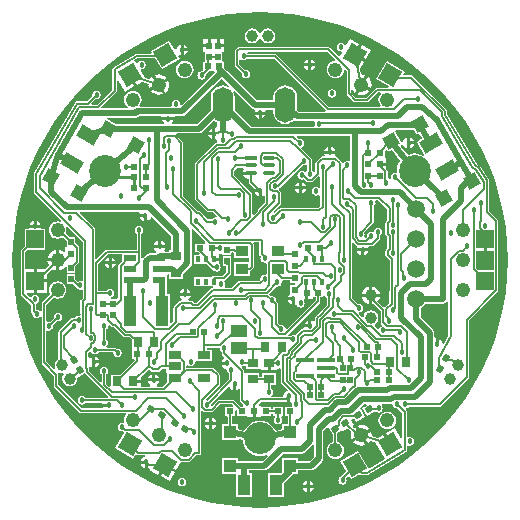
<source format=gtl>
G04 Layer_Physical_Order=1*
G04 Layer_Color=255*
%FSLAX25Y25*%
%MOIN*%
G70*
G01*
G75*
%ADD10O,0.03937X0.01575*%
%ADD11R,0.03937X0.01575*%
%ADD12P,0.08352X4X165.0*%
%ADD13R,0.05906X0.05906*%
%ADD14P,0.08352X4X285.0*%
%ADD15R,0.02000X0.01575*%
%ADD16R,0.05906X0.01772*%
%ADD17R,0.01575X0.01969*%
%ADD18R,0.04331X0.03543*%
%ADD19R,0.04331X0.02559*%
%ADD20P,0.06125X4X75.0*%
%ADD21P,0.06125X4X195.0*%
%ADD22R,0.04331X0.04331*%
%ADD23R,0.05512X0.04331*%
%ADD24R,0.04331X0.10236*%
%ADD25R,0.02362X0.01969*%
%ADD26R,0.01969X0.02362*%
G04:AMPARAMS|DCode=27|XSize=19.69mil|YSize=23.62mil|CornerRadius=0mil|HoleSize=0mil|Usage=FLASHONLY|Rotation=210.000|XOffset=0mil|YOffset=0mil|HoleType=Round|Shape=Rectangle|*
%AMROTATEDRECTD27*
4,1,4,0.00262,0.01515,0.01443,-0.00531,-0.00262,-0.01515,-0.01443,0.00531,0.00262,0.01515,0.0*
%
%ADD27ROTATEDRECTD27*%

G04:AMPARAMS|DCode=28|XSize=19.69mil|YSize=23.62mil|CornerRadius=0mil|HoleSize=0mil|Usage=FLASHONLY|Rotation=330.000|XOffset=0mil|YOffset=0mil|HoleType=Round|Shape=Rectangle|*
%AMROTATEDRECTD28*
4,1,4,-0.01443,-0.00531,-0.00262,0.01515,0.01443,0.00531,0.00262,-0.01515,-0.01443,-0.00531,0.0*
%
%ADD28ROTATEDRECTD28*%

G04:AMPARAMS|DCode=29|XSize=19.69mil|YSize=23.62mil|CornerRadius=0mil|HoleSize=0mil|Usage=FLASHONLY|Rotation=60.000|XOffset=0mil|YOffset=0mil|HoleType=Round|Shape=Rectangle|*
%AMROTATEDRECTD29*
4,1,4,0.00531,-0.01443,-0.01515,-0.00262,-0.00531,0.01443,0.01515,0.00262,0.00531,-0.01443,0.0*
%
%ADD29ROTATEDRECTD29*%

G04:AMPARAMS|DCode=30|XSize=19.69mil|YSize=23.62mil|CornerRadius=0mil|HoleSize=0mil|Usage=FLASHONLY|Rotation=120.000|XOffset=0mil|YOffset=0mil|HoleType=Round|Shape=Rectangle|*
%AMROTATEDRECTD30*
4,1,4,0.01515,-0.00262,-0.00531,-0.01443,-0.01515,0.00262,0.00531,0.01443,0.01515,-0.00262,0.0*
%
%ADD30ROTATEDRECTD30*%

%ADD31R,0.03150X0.03543*%
G04:AMPARAMS|DCode=32|XSize=66.93mil|YSize=43.31mil|CornerRadius=0mil|HoleSize=0mil|Usage=FLASHONLY|Rotation=330.000|XOffset=0mil|YOffset=0mil|HoleType=Round|Shape=Rectangle|*
%AMROTATEDRECTD32*
4,1,4,-0.03981,-0.00202,-0.01815,0.03549,0.03981,0.00202,0.01815,-0.03549,-0.03981,-0.00202,0.0*
%
%ADD32ROTATEDRECTD32*%

%ADD33R,0.04331X0.06693*%
G04:AMPARAMS|DCode=34|XSize=66.93mil|YSize=43.31mil|CornerRadius=0mil|HoleSize=0mil|Usage=FLASHONLY|Rotation=30.000|XOffset=0mil|YOffset=0mil|HoleType=Round|Shape=Rectangle|*
%AMROTATEDRECTD34*
4,1,4,-0.01815,-0.03549,-0.03981,0.00202,0.01815,0.03549,0.03981,-0.00202,-0.01815,-0.03549,0.0*
%
%ADD34ROTATEDRECTD34*%

%ADD35R,0.03543X0.03150*%
%ADD36R,0.04331X0.02362*%
%ADD37C,0.00500*%
%ADD38C,0.02000*%
%ADD39C,0.00984*%
%ADD40C,0.03937*%
%ADD41O,0.06890X0.11811*%
%ADD42C,0.05906*%
%ADD43C,0.04800*%
%ADD44C,0.10630*%
%ADD45C,0.01800*%
G36*
X87899Y164867D02*
X93274Y164338D01*
X98604Y163458D01*
X103864Y162232D01*
X109033Y160664D01*
X114088Y158761D01*
X119008Y156532D01*
X123772Y153985D01*
X128359Y151133D01*
X132750Y147987D01*
X136925Y144560D01*
X140868Y140868D01*
X144560Y136925D01*
X147987Y132750D01*
X151133Y128359D01*
X153985Y123772D01*
X156532Y119008D01*
X158761Y114088D01*
X160664Y109033D01*
X162232Y103864D01*
X163458Y98604D01*
X164338Y93274D01*
X164867Y87899D01*
X165044Y82500D01*
X164867Y77101D01*
X164338Y71726D01*
X163458Y66396D01*
X162232Y61136D01*
X160664Y55967D01*
X158761Y50912D01*
X156532Y45992D01*
X153985Y41228D01*
X151133Y36641D01*
X147987Y32250D01*
X144560Y28075D01*
X140868Y24132D01*
X136925Y20440D01*
X132750Y17013D01*
X128359Y13867D01*
X123772Y11015D01*
X119008Y8468D01*
X114088Y6239D01*
X109033Y4336D01*
X103864Y2768D01*
X98604Y1542D01*
X93274Y662D01*
X87899Y132D01*
X82500Y-44D01*
X77101Y132D01*
X71726Y662D01*
X66396Y1542D01*
X61136Y2768D01*
X55967Y4336D01*
X50912Y6239D01*
X45992Y8468D01*
X41228Y11015D01*
X36641Y13867D01*
X32250Y17013D01*
X28075Y20440D01*
X24132Y24132D01*
X20440Y28075D01*
X17013Y32250D01*
X13867Y36641D01*
X11015Y41228D01*
X8468Y45992D01*
X6239Y50912D01*
X4336Y55967D01*
X2768Y61136D01*
X1542Y66396D01*
X662Y71726D01*
X132Y77101D01*
X-44Y82500D01*
X132Y87899D01*
X662Y93274D01*
X1542Y98604D01*
X2768Y103864D01*
X4336Y109033D01*
X6239Y114088D01*
X8468Y119008D01*
X11015Y123772D01*
X13867Y128359D01*
X17013Y132750D01*
X20440Y136925D01*
X24132Y140868D01*
X28075Y144560D01*
X32250Y147987D01*
X36641Y151133D01*
X41228Y153985D01*
X45992Y156532D01*
X50912Y158761D01*
X55967Y160664D01*
X61136Y162232D01*
X66396Y163458D01*
X71726Y164338D01*
X77101Y164867D01*
X82500Y165044D01*
X87899Y164867D01*
D02*
G37*
%LPC*%
G36*
X116067Y23360D02*
X113587Y21929D01*
X113825Y21619D01*
X114535Y21073D01*
X115362Y20731D01*
X116250Y20614D01*
X117138Y20731D01*
X117499Y20880D01*
X116067Y23360D01*
D02*
G37*
G36*
X116250Y27473D02*
X115362Y27356D01*
X115001Y27206D01*
X116433Y24726D01*
X118913Y26158D01*
X118675Y26468D01*
X117965Y27013D01*
X117138Y27356D01*
X116250Y27473D01*
D02*
G37*
G36*
X124910Y31968D02*
X124153Y31869D01*
X123448Y31576D01*
X122842Y31112D01*
X122377Y30506D01*
X122085Y29801D01*
X121985Y29043D01*
X122085Y28286D01*
X122377Y27581D01*
X122842Y26975D01*
X123448Y26510D01*
X124153Y26218D01*
X124910Y26118D01*
X125667Y26218D01*
X126373Y26510D01*
X126979Y26975D01*
X127443Y27581D01*
X127735Y28286D01*
X127835Y29043D01*
X127735Y29801D01*
X127443Y30506D01*
X126979Y31112D01*
X126373Y31576D01*
X125667Y31869D01*
X124910Y31968D01*
D02*
G37*
G36*
X44000Y14500D02*
X42662D01*
X42710Y14259D01*
X43130Y13630D01*
X43759Y13210D01*
X44000Y13162D01*
Y14500D01*
D02*
G37*
G36*
X99000Y8838D02*
Y7500D01*
X100338D01*
X100290Y7741D01*
X99870Y8370D01*
X99241Y8790D01*
X99000Y8838D01*
D02*
G37*
G36*
X98000D02*
X97759Y8790D01*
X97130Y8370D01*
X96710Y7741D01*
X96662Y7500D01*
X98000D01*
Y8838D01*
D02*
G37*
G36*
X7000Y95581D02*
X6758Y95533D01*
X6130Y95113D01*
X5710Y94484D01*
X5662Y94243D01*
X7000D01*
Y95581D01*
D02*
G37*
G36*
X51149Y13420D02*
X49423Y10430D01*
X52413Y8704D01*
X54140Y11694D01*
X51149Y13420D01*
D02*
G37*
G36*
X65500Y29838D02*
X65259Y29790D01*
X64630Y29370D01*
X64210Y28741D01*
X64162Y28500D01*
X65500D01*
Y29838D01*
D02*
G37*
G36*
X14500Y85864D02*
X14112Y85812D01*
X13285Y85470D01*
X12575Y84925D01*
X12030Y84215D01*
X11688Y83388D01*
X11637Y83000D01*
X14500D01*
Y85864D01*
D02*
G37*
G36*
Y82000D02*
X11637D01*
X11688Y81612D01*
X12030Y80785D01*
X12106Y80687D01*
X10982Y79563D01*
X8000D01*
Y76111D01*
X11452D01*
Y77871D01*
X13187Y79606D01*
X13285Y79530D01*
X14112Y79188D01*
X14500Y79137D01*
Y82000D01*
D02*
G37*
G36*
X66500Y29838D02*
Y28500D01*
X67838D01*
X67790Y28741D01*
X67370Y29370D01*
X66741Y29790D01*
X66500Y29838D01*
D02*
G37*
G36*
X65500Y27500D02*
X64162D01*
X64210Y27259D01*
X64630Y26630D01*
X65259Y26210D01*
X65500Y26162D01*
Y27500D01*
D02*
G37*
G36*
X11452Y75111D02*
X8000D01*
Y71658D01*
X11452D01*
Y75111D01*
D02*
G37*
G36*
X8000Y95581D02*
Y94243D01*
X9338D01*
X9290Y94484D01*
X8870Y95113D01*
X8241Y95533D01*
X8000Y95581D01*
D02*
G37*
G36*
X67838Y27500D02*
X66500D01*
Y26162D01*
X66741Y26210D01*
X67370Y26630D01*
X67790Y27259D01*
X67838Y27500D01*
D02*
G37*
G36*
X116433Y140274D02*
X115001Y137794D01*
X115362Y137645D01*
X116250Y137528D01*
X117138Y137645D01*
X117965Y137987D01*
X118675Y138532D01*
X118913Y138842D01*
X116433Y140274D01*
D02*
G37*
G36*
X58338Y152000D02*
X57000D01*
Y150662D01*
X57241Y150710D01*
X57870Y151130D01*
X58290Y151759D01*
X58338Y152000D01*
D02*
G37*
G36*
X57000Y154338D02*
Y153000D01*
X58338D01*
X58290Y153241D01*
X57870Y153870D01*
X57241Y154290D01*
X57000Y154338D01*
D02*
G37*
G36*
X98000Y6500D02*
X96662D01*
X96710Y6259D01*
X97130Y5630D01*
X97759Y5210D01*
X98000Y5162D01*
Y6500D01*
D02*
G37*
G36*
X116443Y154070D02*
X114717Y151080D01*
X117707Y149354D01*
X119433Y152344D01*
X116443Y154070D01*
D02*
G37*
G36*
X70484Y156150D02*
X69000D01*
Y154469D01*
X70484D01*
Y156150D01*
D02*
G37*
G36*
X85059Y159730D02*
X84096Y159538D01*
X83279Y158992D01*
X82766Y158224D01*
X82500Y158198D01*
X82234Y158224D01*
X81721Y158992D01*
X80904Y159538D01*
X79941Y159730D01*
X78978Y159538D01*
X78161Y158992D01*
X77616Y158176D01*
X77424Y157213D01*
X77616Y156249D01*
X78161Y155433D01*
X78978Y154887D01*
X79941Y154696D01*
X80904Y154887D01*
X81721Y155433D01*
X82234Y156201D01*
X82500Y156227D01*
X82766Y156201D01*
X83279Y155433D01*
X84096Y154887D01*
X85059Y154696D01*
X86022Y154887D01*
X86839Y155433D01*
X87384Y156249D01*
X87576Y157213D01*
X87384Y158176D01*
X86839Y158992D01*
X86022Y159538D01*
X85059Y159730D01*
D02*
G37*
G36*
X112587Y156297D02*
X111318Y154099D01*
X111112Y154077D01*
X110760Y154133D01*
X110509Y154509D01*
X110046Y154819D01*
X109500Y154927D01*
X108954Y154819D01*
X108491Y154509D01*
X108181Y154046D01*
X108073Y153500D01*
X108181Y152954D01*
X108491Y152491D01*
X108954Y152181D01*
X109500Y152073D01*
X109580Y152088D01*
X109900Y151642D01*
X109205Y150439D01*
X108709Y150374D01*
X105842Y153241D01*
X105594Y153407D01*
X105302Y153465D01*
X75500D01*
X75207Y153407D01*
X74959Y153241D01*
X74259Y152541D01*
X74094Y152293D01*
X74035Y152000D01*
Y147500D01*
X74094Y147207D01*
X74259Y146959D01*
X76430Y144789D01*
X76373Y144500D01*
X76481Y143954D01*
X76791Y143491D01*
X77254Y143181D01*
X77800Y143073D01*
X78346Y143181D01*
X78809Y143491D01*
X79119Y143954D01*
X79227Y144500D01*
X79119Y145046D01*
X78809Y145509D01*
X78346Y145819D01*
X77800Y145927D01*
X77511Y145870D01*
X75565Y147817D01*
Y149228D01*
X75774Y149357D01*
X76065Y149441D01*
X76454Y149181D01*
X77000Y149073D01*
X77546Y149181D01*
X78009Y149491D01*
X78112Y149644D01*
X87092D01*
X104332Y132403D01*
X104128Y131903D01*
X95342D01*
X94912Y132334D01*
Y136709D01*
X94776Y137739D01*
X94379Y138698D01*
X93747Y139522D01*
X92923Y140155D01*
X91963Y140552D01*
X90933Y140688D01*
X89903Y140552D01*
X88944Y140155D01*
X88120Y139522D01*
X87487Y138698D01*
X87090Y137739D01*
X86954Y136709D01*
Y135679D01*
X81484D01*
X71581Y145581D01*
X70650Y146513D01*
Y148484D01*
X70338D01*
X69984Y148838D01*
Y151287D01*
X69984Y151713D01*
X70453Y151787D01*
X70453D01*
X70484D01*
Y153469D01*
X68500D01*
Y153969D01*
X68000D01*
Y156150D01*
X66000D01*
Y153969D01*
X65500D01*
Y153469D01*
X63516D01*
Y151787D01*
X63547D01*
X64016Y151713D01*
X64016Y151287D01*
Y148484D01*
X63350D01*
Y145868D01*
X63004Y145433D01*
X62896Y145407D01*
X62454Y145319D01*
X61991Y145009D01*
X61681Y144546D01*
X61573Y144000D01*
X61681Y143454D01*
X61991Y142991D01*
X62454Y142681D01*
X63000Y142573D01*
X63546Y142681D01*
X64009Y142991D01*
X64319Y143454D01*
X64427Y144000D01*
X64370Y144289D01*
X65572Y145491D01*
X65572Y145491D01*
X65589Y145516D01*
X66713D01*
Y147606D01*
X66926Y147844D01*
X67000Y147876D01*
X67287Y147750D01*
Y145516D01*
X67287D01*
X67353Y145016D01*
X56338Y134001D01*
X55877Y134247D01*
X55927Y134500D01*
X55819Y135046D01*
X55509Y135509D01*
X55046Y135819D01*
X54500Y135927D01*
X53954Y135819D01*
X53491Y135509D01*
X53181Y135046D01*
X53073Y134500D01*
X53166Y134029D01*
X52947Y133529D01*
X42428D01*
X42252Y134029D01*
X42623Y134512D01*
X42915Y135218D01*
X43015Y135975D01*
X42915Y136732D01*
X42623Y137437D01*
X42158Y138043D01*
X41552Y138508D01*
X40847Y138800D01*
X40090Y138900D01*
X39333Y138800D01*
X38627Y138508D01*
X38021Y138043D01*
X37557Y137437D01*
X37264Y136732D01*
X37165Y135975D01*
X37264Y135218D01*
X37557Y134512D01*
X38021Y133907D01*
X38513Y133529D01*
X38382Y133029D01*
X29790D01*
X29599Y133491D01*
X34541Y138433D01*
X34541Y138433D01*
X34707Y138681D01*
X34765Y138974D01*
X34765Y138974D01*
Y142530D01*
X35248Y142659D01*
X37587Y138608D01*
X40577Y140334D01*
X38600Y143757D01*
X39466Y144257D01*
X41443Y140834D01*
X43264Y141886D01*
X45355Y141234D01*
X45321Y140975D01*
X45437Y140087D01*
X45587Y139726D01*
X48067Y141158D01*
X46635Y143638D01*
X46325Y143400D01*
X45788Y142700D01*
X44037Y143247D01*
X42661Y145630D01*
X42980Y146077D01*
X43000Y146073D01*
X43546Y146181D01*
X44009Y146491D01*
X44319Y146954D01*
X44427Y147500D01*
X44319Y148046D01*
X44009Y148509D01*
X43546Y148819D01*
X43000Y148927D01*
X42454Y148819D01*
X41991Y148509D01*
X41768Y148176D01*
X41225Y148118D01*
X40656Y149102D01*
X41712Y149735D01*
X47651D01*
X49703Y146181D01*
X55683Y149633D01*
X55189Y150489D01*
X55564Y150840D01*
X55759Y150710D01*
X56000Y150662D01*
Y152500D01*
Y154338D01*
X55759Y154290D01*
X55130Y153870D01*
X54710Y153241D01*
X54574Y152555D01*
X54412Y152475D01*
X54075Y152418D01*
X52231Y155614D01*
X46250Y152161D01*
X46518Y151698D01*
X46268Y151265D01*
X41500D01*
X41444Y151254D01*
X41388Y151256D01*
X41299Y151225D01*
X41207Y151207D01*
X41160Y151175D01*
X41107Y151156D01*
X33607Y146656D01*
X33537Y146593D01*
X33459Y146541D01*
X33428Y146493D01*
X33386Y146455D01*
X33346Y146370D01*
X33294Y146293D01*
X33282Y146237D01*
X33258Y146186D01*
X33254Y146092D01*
X33235Y146000D01*
Y139291D01*
X28209Y134265D01*
X26499D01*
X26308Y134727D01*
X27711Y136130D01*
X28000Y136073D01*
X28546Y136181D01*
X29009Y136491D01*
X29319Y136954D01*
X29427Y137500D01*
X29319Y138046D01*
X29009Y138509D01*
X28546Y138819D01*
X28000Y138927D01*
X27454Y138819D01*
X26991Y138509D01*
X26681Y138046D01*
X26573Y137500D01*
X26630Y137211D01*
X24774Y135355D01*
X21437D01*
X21338Y135336D01*
X21237Y135329D01*
X21193Y135307D01*
X21144Y135297D01*
X21060Y135241D01*
X20970Y135196D01*
X20937Y135159D01*
X20896Y135131D01*
X20840Y135047D01*
X20774Y134971D01*
X7245Y111380D01*
X7230Y111334D01*
X7202Y111293D01*
X7182Y111194D01*
X7150Y111098D01*
X7154Y111048D01*
X7144Y111000D01*
Y105091D01*
X7202Y104799D01*
X7368Y104551D01*
X16261Y95658D01*
X15977Y95234D01*
X15757Y95325D01*
X15000Y95425D01*
X14243Y95325D01*
X13537Y95033D01*
X12932Y94568D01*
X12467Y93963D01*
X12175Y93257D01*
X12075Y92500D01*
X12175Y91743D01*
X12467Y91037D01*
X12932Y90432D01*
X13537Y89967D01*
X14243Y89675D01*
X15000Y89575D01*
X15757Y89675D01*
X16463Y89967D01*
X16721Y90166D01*
X18016Y88871D01*
Y86787D01*
X17547Y86713D01*
X17516D01*
Y85486D01*
X17016Y85239D01*
X16715Y85470D01*
X15888Y85812D01*
X15500Y85864D01*
Y82500D01*
Y79137D01*
X15888Y79188D01*
X16715Y79530D01*
X17425Y80075D01*
X17516Y80194D01*
X18016Y80024D01*
Y78287D01*
X20984D01*
Y80372D01*
X22041Y81428D01*
X22207Y81676D01*
X22265Y81969D01*
Y86468D01*
X22207Y86761D01*
X22041Y87009D01*
X20984Y88066D01*
Y90150D01*
X18900D01*
X17673Y91376D01*
X17825Y91743D01*
X17925Y92500D01*
X17825Y93257D01*
X17734Y93477D01*
X18158Y93761D01*
X23385Y88533D01*
Y75648D01*
X22885Y75351D01*
X22500Y75427D01*
X21954Y75319D01*
X21686Y75140D01*
X20984Y75841D01*
Y77713D01*
X18016D01*
Y74350D01*
X20312D01*
X21174Y73488D01*
X21181Y73454D01*
X21491Y72991D01*
X21954Y72681D01*
X22500Y72573D01*
X22885Y72649D01*
X23385Y72352D01*
Y69867D01*
X22809Y69291D01*
X22644Y69043D01*
X22585Y68750D01*
Y65002D01*
X22644Y64710D01*
X22723Y64591D01*
X22678Y64211D01*
X22242Y63879D01*
X22000Y63927D01*
X21454Y63819D01*
X20991Y63509D01*
X20827Y63265D01*
X20167D01*
X19874Y63206D01*
X19626Y63041D01*
X15459Y58874D01*
X15293Y58626D01*
X15235Y58333D01*
Y49519D01*
X14521Y48892D01*
X14086Y48011D01*
X14022Y47031D01*
X14261Y46327D01*
X13825Y46056D01*
X11215Y48667D01*
Y58752D01*
X11715Y59049D01*
X12100Y58973D01*
X12646Y59081D01*
X13109Y59391D01*
X13419Y59854D01*
X13527Y60400D01*
X13470Y60689D01*
X14911Y62130D01*
X15200Y62073D01*
X15746Y62181D01*
X16209Y62491D01*
X16519Y62954D01*
X16627Y63500D01*
X16519Y64046D01*
X16209Y64509D01*
X15746Y64819D01*
X15200Y64927D01*
X14654Y64819D01*
X14191Y64509D01*
X13881Y64046D01*
X13773Y63500D01*
X13830Y63211D01*
X12389Y61770D01*
X12100Y61827D01*
X11715Y61751D01*
X11215Y62048D01*
Y67633D01*
X13545Y69964D01*
X14243Y69675D01*
X15000Y69575D01*
X15757Y69675D01*
X16463Y69967D01*
X17068Y70432D01*
X17533Y71038D01*
X17825Y71743D01*
X17925Y72500D01*
X17825Y73257D01*
X17533Y73962D01*
X17068Y74568D01*
X16463Y75033D01*
X15757Y75325D01*
X15000Y75425D01*
X14243Y75325D01*
X13537Y75033D01*
X12932Y74568D01*
X12467Y73962D01*
X12175Y73257D01*
X12075Y72500D01*
X12175Y71743D01*
X12464Y71045D01*
X9909Y68491D01*
X9743Y68243D01*
X9685Y67950D01*
Y65398D01*
X9185Y65246D01*
X9009Y65509D01*
X8546Y65819D01*
X8000Y65927D01*
X7765Y66121D01*
Y67667D01*
X7765Y67667D01*
X8046Y68181D01*
X8509Y68491D01*
X8819Y68954D01*
X8927Y69500D01*
X8819Y70046D01*
X8509Y70509D01*
X8046Y70819D01*
X7500Y70927D01*
X6954Y70819D01*
X6491Y70509D01*
X6272Y70183D01*
X5709Y70039D01*
X4590Y71158D01*
X4797Y71658D01*
X7000D01*
Y75611D01*
Y79563D01*
X4265D01*
Y85074D01*
X5128Y85937D01*
X10953D01*
Y92843D01*
X9739D01*
X9434Y93243D01*
X5566D01*
X5260Y92843D01*
X4047D01*
Y87019D01*
X2959Y85931D01*
X2794Y85683D01*
X2735Y85390D01*
Y71166D01*
X2794Y70874D01*
X2959Y70626D01*
X6235Y67350D01*
Y65500D01*
X6294Y65207D01*
X6459Y64959D01*
X6630Y64789D01*
X6573Y64500D01*
X6681Y63954D01*
X6991Y63491D01*
X7454Y63181D01*
X8000Y63073D01*
X8546Y63181D01*
X9009Y63491D01*
X9185Y63754D01*
X9685Y63602D01*
Y48350D01*
X9743Y48057D01*
X9909Y47809D01*
X13735Y43983D01*
Y40500D01*
X13793Y40207D01*
X13959Y39959D01*
X22159Y31759D01*
X22407Y31593D01*
X22700Y31535D01*
X37831D01*
X37963Y31035D01*
X37557Y30506D01*
X37264Y29801D01*
X37165Y29043D01*
X37229Y28553D01*
X37228Y28551D01*
X36799Y28168D01*
X36500Y28227D01*
X35954Y28119D01*
X35491Y27809D01*
X35181Y27346D01*
X35073Y26800D01*
X35181Y26254D01*
X35491Y25791D01*
X35954Y25481D01*
X36500Y25373D01*
X36699Y25412D01*
X37123Y25098D01*
X37167Y24667D01*
X34317Y19729D01*
X40297Y16276D01*
X40934Y17380D01*
X41557Y17459D01*
X41588Y17438D01*
X41881Y17380D01*
X44165D01*
X44214Y16880D01*
X43759Y16790D01*
X43130Y16370D01*
X42710Y15741D01*
X42662Y15500D01*
X44500D01*
Y15000D01*
X45000D01*
Y13162D01*
X45241Y13210D01*
X45685Y12951D01*
X45711Y12905D01*
X45567Y12656D01*
X48557Y10930D01*
X50533Y14353D01*
X50966Y14103D01*
X51216Y14536D01*
X54640Y12560D01*
X56123Y15129D01*
X58715D01*
X59008Y15187D01*
X59256Y15353D01*
X61283Y17380D01*
X62042D01*
X62334Y17438D01*
X62582Y17604D01*
X62748Y17852D01*
X62806Y18145D01*
Y32009D01*
X63268Y32200D01*
X63459Y32009D01*
X63707Y31844D01*
X64000Y31785D01*
X66389D01*
X66682Y31844D01*
X66930Y32009D01*
X69300Y34379D01*
X73108D01*
X73541Y33946D01*
X73350Y33484D01*
X70850D01*
Y30516D01*
X71382D01*
X71732Y30159D01*
X71685Y27677D01*
X69736D01*
Y22346D01*
X75067D01*
Y22527D01*
X75454Y22844D01*
X76697Y22596D01*
X76769Y21860D01*
X77102Y20764D01*
X77642Y19754D01*
X78368Y18868D01*
X79254Y18142D01*
X80264Y17602D01*
X81360Y17269D01*
X82500Y17157D01*
X83640Y17269D01*
X84736Y17602D01*
X85028Y17191D01*
X83355Y15518D01*
X75067D01*
Y16654D01*
X69736D01*
Y11323D01*
X74520D01*
Y3653D01*
X79850D01*
Y11347D01*
X78714D01*
Y12459D01*
X83988D01*
X84574Y12575D01*
X85070Y12907D01*
X90134Y17971D01*
X96500D01*
X97085Y18087D01*
X97581Y18419D01*
X99971Y20808D01*
X100408Y20671D01*
X100471Y20623D01*
Y16962D01*
X99026Y15518D01*
X95165D01*
Y16654D01*
X89835D01*
Y11683D01*
X89499Y11347D01*
X85150D01*
Y3653D01*
X90480D01*
Y8003D01*
X93581Y11104D01*
X93728Y11323D01*
X95165D01*
Y12459D01*
X99659D01*
X100244Y12575D01*
X100741Y12907D01*
X103081Y15248D01*
X103413Y15744D01*
X103529Y16329D01*
Y25367D01*
X104856Y26693D01*
X105403Y26533D01*
X106758Y24184D01*
Y21838D01*
X106127Y21576D01*
X105522Y21112D01*
X105057Y20506D01*
X104764Y19801D01*
X104665Y19043D01*
X104764Y18286D01*
X105057Y17581D01*
X105522Y16975D01*
X106127Y16510D01*
X106833Y16218D01*
X107590Y16118D01*
X108347Y16218D01*
X109052Y16510D01*
X109658Y16975D01*
X110123Y17581D01*
X110415Y18286D01*
X110515Y19043D01*
X110415Y19801D01*
X110123Y20506D01*
X109658Y21112D01*
X109052Y21576D01*
X108347Y21869D01*
X108288Y21877D01*
Y24949D01*
X109721Y25777D01*
X110020Y25408D01*
X110036Y25381D01*
X111700Y26342D01*
X112988Y25053D01*
X112937Y24931D01*
X112821Y24043D01*
X112937Y23156D01*
X113087Y22795D01*
X115567Y24226D01*
X114135Y26706D01*
X113825Y26468D01*
X113742Y26463D01*
X113361Y26843D01*
X113427Y27339D01*
X113814Y27562D01*
X112877Y29185D01*
X113127Y29618D01*
X114013D01*
X114603Y28596D01*
X117515Y30277D01*
X116031Y32848D01*
Y32848D01*
X116031D01*
X115889Y33314D01*
X117045Y34471D01*
X117876D01*
X118006Y33988D01*
X116529Y33135D01*
X118013Y30564D01*
X120371Y31925D01*
X121088D01*
X121454Y31681D01*
X122000Y31573D01*
X122546Y31681D01*
X123009Y31991D01*
X123319Y32454D01*
X123427Y33000D01*
X123319Y33546D01*
X123035Y33971D01*
X123080Y34165D01*
X123219Y34471D01*
X126106D01*
X126520Y34553D01*
X126573Y34500D01*
X126681Y33954D01*
X126991Y33491D01*
X127454Y33181D01*
X128000Y33073D01*
X128289Y33130D01*
X129985Y31433D01*
Y22903D01*
X129502Y22774D01*
X127413Y26392D01*
X124423Y24666D01*
X126400Y21243D01*
X125534Y20743D01*
X123557Y24166D01*
X121745Y23120D01*
X119644Y23779D01*
X119679Y24043D01*
X119562Y24931D01*
X119413Y25292D01*
X116933Y23860D01*
X118365Y21381D01*
X118675Y21619D01*
X119208Y22313D01*
X120957Y21764D01*
X124249Y16063D01*
X119184Y13083D01*
X118504Y13264D01*
X115297Y18819D01*
X109317Y15367D01*
X111185Y12130D01*
X109459Y10405D01*
X109360Y10256D01*
X108991Y10009D01*
X108681Y9546D01*
X108573Y9000D01*
X108681Y8454D01*
X108991Y7991D01*
X109454Y7681D01*
X110000Y7573D01*
X110546Y7681D01*
X111009Y7991D01*
X111319Y8454D01*
X111427Y9000D01*
X111319Y9546D01*
X111096Y9879D01*
X111686Y10469D01*
X112182Y10404D01*
X112769Y9386D01*
X115875Y11179D01*
X116095Y10959D01*
X116343Y10793D01*
X116636Y10735D01*
X116636Y10735D01*
X118000D01*
X118052Y10746D01*
X118106Y10743D01*
X118198Y10775D01*
X118293Y10793D01*
X118337Y10823D01*
X118388Y10841D01*
X131138Y18341D01*
X131210Y18405D01*
X131291Y18459D01*
X131321Y18504D01*
X131360Y18539D01*
X131403Y18627D01*
X131457Y18707D01*
X131467Y18760D01*
X131490Y18808D01*
X131496Y18905D01*
X131515Y19000D01*
Y20447D01*
X131825Y20613D01*
X132015Y20669D01*
X132500Y20573D01*
X133046Y20681D01*
X133509Y20991D01*
X133819Y21454D01*
X133927Y22000D01*
X133819Y22546D01*
X133509Y23009D01*
X133046Y23319D01*
X132500Y23427D01*
X132015Y23331D01*
X131825Y23387D01*
X131515Y23553D01*
Y31750D01*
X131457Y32043D01*
X131291Y32291D01*
X131127Y32454D01*
X131292Y32997D01*
X131379Y33015D01*
X131843Y33324D01*
X132006Y33569D01*
X142333D01*
X142626Y33627D01*
X142874Y33792D01*
X152041Y42959D01*
X152041Y42959D01*
X152207Y43207D01*
X152265Y43500D01*
Y62327D01*
X161744Y71806D01*
X161909Y72054D01*
X161968Y72347D01*
X161968Y72347D01*
Y95393D01*
X161909Y95685D01*
X161744Y95934D01*
X158765Y98913D01*
Y109000D01*
X158752Y109063D01*
X158754Y109126D01*
X158723Y109207D01*
X158706Y109293D01*
X158671Y109346D01*
X158649Y109405D01*
X156149Y113405D01*
X156063Y113496D01*
X155983Y113593D01*
X154714Y114628D01*
X144765Y131202D01*
Y132271D01*
X144706Y132564D01*
X144541Y132812D01*
X133493Y143859D01*
X133245Y144025D01*
X132953Y144083D01*
X130498D01*
X130248Y144516D01*
X130684Y145271D01*
X124703Y148724D01*
X121250Y142743D01*
X125388Y140355D01*
X125259Y139872D01*
X121607D01*
X121314Y139813D01*
X121066Y139648D01*
X121066Y139648D01*
X117983Y136565D01*
X114617D01*
X112865Y138317D01*
Y139004D01*
X112875Y139011D01*
X113365Y139132D01*
X113825Y138532D01*
X114135Y138294D01*
X115817Y141207D01*
X117499Y144120D01*
X117138Y144270D01*
X116269Y144384D01*
X115870Y146173D01*
X117207Y148488D01*
X113784Y150464D01*
X114034Y150897D01*
X113601Y151147D01*
X115577Y154570D01*
X112587Y156297D01*
D02*
G37*
G36*
X65000Y156150D02*
X63516D01*
Y154469D01*
X65000D01*
Y156150D01*
D02*
G37*
G36*
X100338Y6500D02*
X99000D01*
Y5162D01*
X99241Y5210D01*
X99870Y5630D01*
X100290Y6259D01*
X100338Y6500D01*
D02*
G37*
G36*
X51913Y142224D02*
X49433Y140792D01*
X50865Y138312D01*
X51175Y138550D01*
X51720Y139260D01*
X52062Y140087D01*
X52179Y140975D01*
X52062Y141863D01*
X51913Y142224D01*
D02*
G37*
G36*
X48567Y140292D02*
X46087Y138860D01*
X46325Y138550D01*
X47035Y138005D01*
X47862Y137662D01*
X48750Y137546D01*
X49638Y137662D01*
X49999Y137812D01*
X48567Y140292D01*
D02*
G37*
G36*
X118365Y143620D02*
X116933Y141140D01*
X119413Y139708D01*
X119562Y140069D01*
X119679Y140957D01*
X119562Y141845D01*
X119220Y142672D01*
X118675Y143382D01*
X118365Y143620D01*
D02*
G37*
G36*
X56500Y9927D02*
X55954Y9819D01*
X55491Y9509D01*
X55181Y9046D01*
X55073Y8500D01*
X55181Y7954D01*
X55491Y7491D01*
X55954Y7181D01*
X56500Y7073D01*
X57046Y7181D01*
X57509Y7491D01*
X57819Y7954D01*
X57927Y8500D01*
X57819Y9046D01*
X57509Y9509D01*
X57046Y9819D01*
X56500Y9927D01*
D02*
G37*
G36*
X57410Y148900D02*
X56653Y148800D01*
X55948Y148508D01*
X55342Y148043D01*
X54877Y147438D01*
X54585Y146732D01*
X54485Y145975D01*
X54585Y145218D01*
X54877Y144512D01*
X55342Y143907D01*
X55948Y143442D01*
X56653Y143150D01*
X57410Y143050D01*
X58167Y143150D01*
X58873Y143442D01*
X59478Y143907D01*
X59943Y144512D01*
X60236Y145218D01*
X60335Y145975D01*
X60236Y146732D01*
X59943Y147438D01*
X59478Y148043D01*
X58873Y148508D01*
X58167Y148800D01*
X57410Y148900D01*
D02*
G37*
G36*
X48750Y144404D02*
X47862Y144288D01*
X47501Y144138D01*
X48933Y141658D01*
X51413Y143090D01*
X51175Y143400D01*
X50465Y143945D01*
X49638Y144288D01*
X48750Y144404D01*
D02*
G37*
%LPD*%
G36*
X69073Y53000D02*
X69181Y52454D01*
X69491Y51991D01*
X69735Y51827D01*
Y51333D01*
X69793Y51041D01*
X69959Y50793D01*
X70536Y50216D01*
X70457Y49588D01*
X70130Y49370D01*
X69710Y48741D01*
X69662Y48500D01*
X71500D01*
Y47500D01*
X69662D01*
X69710Y47259D01*
X70130Y46630D01*
X70759Y46210D01*
X71014Y46159D01*
X71473Y45900D01*
X71581Y45354D01*
X71891Y44891D01*
X72135Y44727D01*
Y42717D01*
X65056Y35638D01*
X64645Y35690D01*
X64433Y36151D01*
X68941Y40659D01*
X69107Y40907D01*
X69165Y41200D01*
Y44000D01*
X69165Y44000D01*
X69107Y44293D01*
X68941Y44541D01*
X68941Y44541D01*
X67091Y46391D01*
X66843Y46556D01*
X66550Y46615D01*
X57956D01*
Y47287D01*
X58038Y47354D01*
X58456Y47508D01*
X58795Y47281D01*
X59342Y47173D01*
X59888Y47281D01*
X60351Y47591D01*
X60660Y48054D01*
X60765Y48582D01*
X60797Y48623D01*
X61207Y48961D01*
X66390D01*
Y52520D01*
X64733D01*
Y53235D01*
X68879D01*
X69073Y53000D01*
D02*
G37*
G36*
X42479Y98030D02*
X42420Y97941D01*
X42372Y97700D01*
X44209D01*
Y97200D01*
X44709D01*
Y95362D01*
X44951Y95410D01*
X45579Y95830D01*
X45999Y96459D01*
X46042Y96672D01*
X46520Y96817D01*
X52971Y90367D01*
Y85831D01*
X52228D01*
Y85285D01*
X50685D01*
X50473Y85785D01*
X50790Y86259D01*
X50838Y86500D01*
X47162D01*
X47210Y86259D01*
X47630Y85630D01*
X47943Y85421D01*
X47791Y84921D01*
X46059D01*
Y84770D01*
X45740D01*
X45155Y84653D01*
X44659Y84322D01*
X43456Y83119D01*
X43299Y83135D01*
X42956Y83289D01*
Y85155D01*
X42965Y85200D01*
Y91227D01*
X43209Y91391D01*
X43519Y91854D01*
X43627Y92400D01*
X43519Y92946D01*
X43209Y93409D01*
X42746Y93719D01*
X42200Y93827D01*
X41654Y93719D01*
X41191Y93409D01*
X40881Y92946D01*
X40773Y92400D01*
X40881Y91854D01*
X41191Y91391D01*
X41435Y91227D01*
Y85965D01*
X31400D01*
X31107Y85906D01*
X30859Y85741D01*
X27910Y82792D01*
X27448Y82983D01*
Y92703D01*
X27448Y92703D01*
X27390Y92995D01*
X27224Y93243D01*
X22459Y98009D01*
X22650Y98471D01*
X42243D01*
X42479Y98030D01*
D02*
G37*
G36*
X124935Y99448D02*
Y95850D01*
X124509Y95424D01*
X124344Y95176D01*
X124285Y94884D01*
Y91216D01*
X124344Y90924D01*
X124509Y90676D01*
X124935Y90250D01*
Y86550D01*
X124509Y86124D01*
X124344Y85876D01*
X124285Y85584D01*
Y84216D01*
X124344Y83924D01*
X124509Y83676D01*
X125735Y82450D01*
Y72665D01*
X125677Y72577D01*
X125618Y72284D01*
Y68200D01*
X124230Y66811D01*
X123557Y66777D01*
X121622Y68712D01*
X122030Y69243D01*
X122329Y69965D01*
X122365Y70240D01*
X119937D01*
Y67812D01*
X120212Y67848D01*
X120290Y67880D01*
X122735Y65436D01*
Y61667D01*
X122793Y61374D01*
X122959Y61126D01*
X123206Y60879D01*
X123042Y60336D01*
X122954Y60319D01*
X122491Y60009D01*
X122272Y59683D01*
X121709Y59539D01*
X120709Y60539D01*
X120772Y61183D01*
X121217Y61480D01*
X121762Y62297D01*
X121954Y63260D01*
X121762Y64223D01*
X121217Y65039D01*
X120400Y65585D01*
X119437Y65777D01*
X118474Y65585D01*
X117657Y65039D01*
X117112Y64223D01*
X116997Y63644D01*
X116454Y63480D01*
X115339Y64595D01*
X115437Y64885D01*
X115557Y65084D01*
X116046Y65181D01*
X116509Y65491D01*
X116819Y65954D01*
X116927Y66500D01*
X116819Y67046D01*
X116509Y67509D01*
X116046Y67819D01*
X115500Y67927D01*
X115211Y67870D01*
X113115Y69967D01*
Y88236D01*
X113577Y88428D01*
X114695Y87309D01*
X114750Y87273D01*
X114950Y86671D01*
X114910Y86612D01*
X114862Y86371D01*
X118538D01*
X118495Y86585D01*
X118492Y86673D01*
X118748Y87085D01*
X119850D01*
X120143Y87143D01*
X120391Y87309D01*
X122278Y89197D01*
X122444Y89445D01*
X122503Y89738D01*
Y90727D01*
X122747Y90891D01*
X123057Y91354D01*
X123165Y91900D01*
X123057Y92446D01*
X122747Y92909D01*
X122284Y93219D01*
X121738Y93327D01*
X121192Y93219D01*
X120728Y92909D01*
X120419Y92446D01*
X120371Y92203D01*
X120100Y91883D01*
X119832Y91861D01*
X119500Y91927D01*
X118954Y91819D01*
X118491Y91509D01*
X118181Y91046D01*
X118073Y90500D01*
X118130Y90211D01*
X117736Y89817D01*
X117680Y89803D01*
X117512Y89843D01*
X117289Y90410D01*
X117319Y90454D01*
X117427Y91000D01*
X117319Y91546D01*
X117202Y91721D01*
X120141Y94659D01*
X120307Y94907D01*
X120365Y95200D01*
Y100427D01*
X120609Y100591D01*
X120919Y101054D01*
X121027Y101600D01*
X120951Y101985D01*
X121248Y102485D01*
X121898D01*
X124935Y99448D01*
D02*
G37*
G36*
X86000Y45681D02*
X88272D01*
Y46131D01*
X88500Y46319D01*
X89043Y46427D01*
X89543Y46112D01*
Y41778D01*
X89601Y41486D01*
X89767Y41237D01*
X91680Y39325D01*
X91535Y38846D01*
X91410Y38821D01*
X90781Y38401D01*
X90361Y37773D01*
X90214Y37031D01*
X89995Y36765D01*
X86320D01*
X86171Y37265D01*
X86509Y37491D01*
X86819Y37954D01*
X86927Y38500D01*
X86819Y39046D01*
X86509Y39509D01*
X86265Y39673D01*
Y40669D01*
X87772D01*
Y44819D01*
X83228D01*
Y43509D01*
X82272D01*
Y44819D01*
X77765D01*
X77728Y44819D01*
X77265Y44906D01*
Y45333D01*
X77206Y45626D01*
X77041Y45874D01*
X76315Y46600D01*
X76442Y46925D01*
X76541Y47081D01*
X77046Y47181D01*
X77228Y47303D01*
X77728Y47036D01*
Y46181D01*
X82272D01*
Y46181D01*
X82728Y46077D01*
Y45681D01*
X85000D01*
Y48256D01*
X86000D01*
Y45681D01*
D02*
G37*
G36*
X32838Y60386D02*
X33086Y60220D01*
X33379Y60162D01*
X33683D01*
X36864Y56981D01*
X36865Y56981D01*
X36886Y56959D01*
X37134Y56793D01*
X37427Y56735D01*
X37427Y56735D01*
X38927D01*
X39669Y55993D01*
Y52728D01*
X39669D01*
X39850Y52484D01*
Y49516D01*
X40554D01*
X40679Y49016D01*
X35934Y44272D01*
X32669D01*
Y40465D01*
X32208Y40274D01*
X31265Y41217D01*
Y44327D01*
X31509Y44491D01*
X31819Y44954D01*
X31927Y45500D01*
X31819Y46046D01*
X31509Y46509D01*
X31046Y46819D01*
X30500Y46927D01*
X29954Y46819D01*
X29491Y46509D01*
X29181Y46046D01*
X29073Y45500D01*
X29181Y44954D01*
X29491Y44491D01*
X29735Y44327D01*
Y41985D01*
X29273Y41794D01*
X25442Y45625D01*
Y46440D01*
X25392Y46688D01*
X25490Y46808D01*
X25791Y47023D01*
X26259Y46710D01*
X26500Y46662D01*
Y48500D01*
Y50338D01*
X26259Y50290D01*
X25765Y49960D01*
X25265Y50154D01*
Y51517D01*
X25709Y51961D01*
X26272Y51817D01*
X26491Y51491D01*
X26954Y51181D01*
X27500Y51073D01*
X28046Y51181D01*
X28509Y51491D01*
X28673Y51735D01*
X33380D01*
X33573Y51500D01*
X33681Y50954D01*
X33991Y50491D01*
X34454Y50181D01*
X35000Y50073D01*
X35546Y50181D01*
X36009Y50491D01*
X36319Y50954D01*
X36427Y51500D01*
X36319Y52046D01*
X36009Y52509D01*
X35546Y52819D01*
X35000Y52927D01*
X34711Y52870D01*
X34541Y53041D01*
X34293Y53206D01*
X34000Y53265D01*
X31441D01*
X31289Y53765D01*
X31509Y53912D01*
X31819Y54375D01*
X31927Y54921D01*
X31819Y55467D01*
X31509Y55931D01*
X31265Y56094D01*
Y59327D01*
X31509Y59491D01*
X31819Y59954D01*
X31927Y60500D01*
X31905Y60612D01*
X32366Y60858D01*
X32838Y60386D01*
D02*
G37*
G36*
X60532Y57531D02*
X59531D01*
Y58500D01*
X60532D01*
Y57531D01*
D02*
G37*
G36*
X104181Y70454D02*
X104491Y69991D01*
X104735Y69827D01*
Y67334D01*
X103951Y66549D01*
X102259Y64858D01*
X100959Y63558D01*
X100794Y63310D01*
X100735Y63017D01*
Y62229D01*
X100235Y61993D01*
X99791Y62290D01*
X99550Y62338D01*
Y60500D01*
X99050D01*
Y60000D01*
X97111D01*
X96854Y59620D01*
X96819Y59609D01*
X96557Y59557D01*
X96309Y59391D01*
X94609Y57691D01*
X94444Y57443D01*
X93914Y57345D01*
X93500Y57427D01*
X92954Y57319D01*
X92648Y57115D01*
X91903D01*
X91696Y57615D01*
X102391Y68309D01*
X102557Y68557D01*
X102615Y68850D01*
Y70016D01*
X103650D01*
Y70564D01*
X104150Y70613D01*
X104181Y70454D01*
D02*
G37*
G36*
X36610Y82323D02*
X35459Y81172D01*
X35293Y80924D01*
X35235Y80632D01*
Y70046D01*
X34984Y69650D01*
X32936D01*
X32887Y70150D01*
X33046Y70181D01*
X33509Y70491D01*
X33819Y70954D01*
X33927Y71500D01*
X33819Y72046D01*
X33509Y72509D01*
X33046Y72819D01*
X32500Y72927D01*
X31954Y72819D01*
X31491Y72509D01*
X31327Y72265D01*
X28465D01*
Y81183D01*
X31717Y84435D01*
X36610D01*
Y82323D01*
D02*
G37*
G36*
X92516Y74819D02*
X94001D01*
X94268Y74319D01*
X94218Y74244D01*
X92516D01*
Y71127D01*
X92130Y70870D01*
X91710Y70241D01*
X91662Y70000D01*
X93500D01*
Y69500D01*
X94000D01*
Y67662D01*
X94241Y67710D01*
X94531Y67590D01*
X94705Y67418D01*
X94991Y66991D01*
X95454Y66681D01*
X96000Y66573D01*
X96546Y66681D01*
X97009Y66991D01*
X97319Y67454D01*
X97427Y68000D01*
X97319Y68546D01*
X97009Y69009D01*
X97000Y69016D01*
X97151Y69516D01*
X97531D01*
Y71500D01*
X98532D01*
Y69516D01*
X100213D01*
Y69547D01*
X100287Y70016D01*
X101085D01*
Y69167D01*
X91402Y59483D01*
X91370Y59484D01*
X90892Y59680D01*
X90819Y60046D01*
X90509Y60509D01*
X90046Y60819D01*
X89500Y60927D01*
X89211Y60870D01*
X88504Y61577D01*
Y67760D01*
X88446Y68053D01*
X88280Y68301D01*
X87870Y68711D01*
X87927Y69000D01*
X87819Y69546D01*
X87509Y70009D01*
X87046Y70319D01*
X86500Y70427D01*
X86211Y70370D01*
X85508Y71073D01*
X85512Y71109D01*
X88033Y73630D01*
X88321Y73573D01*
X88867Y73681D01*
X89331Y73991D01*
X89640Y74454D01*
X89749Y75000D01*
X89696Y75265D01*
X89749Y75391D01*
X90066Y75732D01*
X90073Y75735D01*
X92516D01*
Y74819D01*
D02*
G37*
G36*
X145235Y68505D02*
Y57292D01*
X143916Y54658D01*
X143392Y54729D01*
X143290Y55241D01*
X142870Y55870D01*
X142241Y56290D01*
X142000Y56338D01*
Y54500D01*
X141000D01*
Y56364D01*
X140529Y56692D01*
Y58243D01*
X140413Y58828D01*
X140081Y59324D01*
X136029Y63376D01*
Y66404D01*
X136241Y66492D01*
X136962Y67045D01*
X137516Y67766D01*
X137604Y67978D01*
X143500D01*
X144085Y68095D01*
X144581Y68426D01*
X144735Y68657D01*
X145235Y68505D01*
D02*
G37*
G36*
X158000Y85437D02*
X160438D01*
Y79063D01*
X155129D01*
X154465Y79727D01*
Y85437D01*
X157000D01*
Y89389D01*
X158000D01*
Y85437D01*
D02*
G37*
G36*
X64157Y88928D02*
X64287Y88484D01*
Y88484D01*
X64217Y88013D01*
X64213Y87984D01*
X60850D01*
Y85016D01*
X62003D01*
X62332Y84686D01*
X62141Y84224D01*
X60654D01*
Y81256D01*
X64630D01*
X66426Y79459D01*
X66674Y79294D01*
X66806Y79267D01*
X66991Y78991D01*
X67454Y78681D01*
X68000Y78573D01*
X68546Y78681D01*
X69009Y78991D01*
X69319Y79454D01*
X69427Y80000D01*
X69319Y80546D01*
X69009Y81009D01*
X68846Y81118D01*
Y82240D01*
X67059D01*
Y83240D01*
X68846D01*
Y84396D01*
X69050Y84563D01*
X69516Y84655D01*
X70016Y84305D01*
Y84287D01*
X72984D01*
Y84960D01*
X73484Y85103D01*
X73675Y84912D01*
X73909Y84755D01*
Y83181D01*
X78935D01*
Y81819D01*
X73909D01*
Y77276D01*
X79240D01*
Y78830D01*
X79293Y78841D01*
X79541Y79006D01*
X80241Y79707D01*
X80406Y79955D01*
X80465Y80247D01*
Y87600D01*
X80406Y87893D01*
X80311Y88035D01*
X80482Y88535D01*
X82235D01*
Y84500D01*
X82293Y84207D01*
X82459Y83959D01*
X82758Y83661D01*
X82681Y83546D01*
X82573Y83000D01*
X82681Y82454D01*
X82991Y81991D01*
X83454Y81681D01*
X84000Y81573D01*
X84245Y81621D01*
X84739Y81263D01*
X84745Y81250D01*
Y77991D01*
X84245Y77629D01*
X84000Y77677D01*
X83454Y77569D01*
X82991Y77259D01*
X82681Y76796D01*
X82573Y76250D01*
X82630Y75961D01*
X82283Y75615D01*
X75686D01*
X75393Y75556D01*
X75145Y75391D01*
X73044Y73290D01*
X70963D01*
X70696Y73790D01*
X70778Y73913D01*
X70887Y74459D01*
X70778Y75006D01*
X70579Y75304D01*
X70577Y75346D01*
X70739Y75792D01*
X70777Y75839D01*
X70847Y75853D01*
X71095Y76019D01*
X72591Y77514D01*
X72591Y77514D01*
X72756Y77762D01*
X72815Y78055D01*
Y80350D01*
X72984D01*
Y83713D01*
X70016D01*
Y80350D01*
X71285D01*
Y78371D01*
X70238Y77324D01*
X67059D01*
X66766Y77266D01*
X66518Y77100D01*
X66352Y76852D01*
X66331Y76744D01*
X60654D01*
Y73776D01*
X66736D01*
X66785Y73276D01*
X66566Y73232D01*
X66318Y73066D01*
X61367Y68115D01*
X60633D01*
X60024Y68724D01*
X59776Y68890D01*
X59483Y68948D01*
X58749D01*
X58597Y69448D01*
X58870Y69630D01*
X59290Y70259D01*
X59338Y70500D01*
X55662D01*
X55710Y70259D01*
X56130Y69630D01*
X56403Y69448D01*
X56251Y68948D01*
X56183D01*
X55891Y68890D01*
X55643Y68724D01*
X53809Y66891D01*
X53644Y66643D01*
X53585Y66350D01*
Y62008D01*
X52942Y61365D01*
X52480Y61556D01*
Y71118D01*
X51344D01*
Y74079D01*
X51390D01*
Y77441D01*
X51390D01*
Y77471D01*
X51728Y77858D01*
X52228Y77715D01*
Y76169D01*
X56772D01*
Y77690D01*
X59353Y80271D01*
X59685Y80768D01*
X59801Y81353D01*
Y92228D01*
X59714Y92664D01*
X60175Y92910D01*
X64157Y88928D01*
D02*
G37*
G36*
X112471Y115553D02*
X111971Y115334D01*
X111500Y115427D01*
X110954Y115319D01*
X110491Y115009D01*
X110348Y114796D01*
X109828Y114918D01*
X109807Y115026D01*
X109641Y115274D01*
X109641Y115274D01*
X108124Y116791D01*
X107876Y116956D01*
X107733Y116985D01*
X107448Y117459D01*
X107534Y117587D01*
X107582Y117828D01*
X103906D01*
X103954Y117587D01*
X104042Y117456D01*
X103806Y117015D01*
X103250D01*
X102957Y116956D01*
X102709Y116791D01*
X101159Y115241D01*
X100994Y114993D01*
X100935Y114700D01*
Y111864D01*
X100739Y111714D01*
X100119Y111846D01*
X100009Y112009D01*
X99765Y112173D01*
Y115833D01*
X99707Y116126D01*
X99541Y116374D01*
X96295Y119620D01*
X96423Y120199D01*
X96709Y120391D01*
X97019Y120854D01*
X97127Y121400D01*
X97019Y121946D01*
X96709Y122409D01*
X96246Y122719D01*
X95700Y122827D01*
X95411Y122770D01*
X94757Y123425D01*
X94948Y123887D01*
X112471D01*
Y115553D01*
D02*
G37*
G36*
X129298Y115651D02*
X129171Y115496D01*
X128631Y114486D01*
X128298Y113390D01*
X128186Y112250D01*
X128222Y111879D01*
X127761Y111461D01*
X127645Y111484D01*
X127099Y111376D01*
X126635Y111066D01*
X126326Y110603D01*
X126217Y110057D01*
X126304Y109619D01*
X125905Y109390D01*
X125860Y109376D01*
X125241Y109790D01*
X124999Y109838D01*
Y112023D01*
X124941Y112316D01*
X124775Y112564D01*
X124484Y112855D01*
Y113969D01*
X122500D01*
Y114969D01*
X124484D01*
Y116650D01*
X124150D01*
Y118930D01*
X124383Y119176D01*
X124953Y119120D01*
X125251Y118603D01*
X126374Y119252D01*
X129298Y115651D01*
D02*
G37*
G36*
X92651Y35194D02*
X92735Y35210D01*
X93089Y34900D01*
X93136Y34819D01*
X93073Y34500D01*
X93175Y33984D01*
X93175Y33944D01*
X92894Y33484D01*
X90787D01*
Y30516D01*
X91704D01*
Y27677D01*
X89835D01*
Y26065D01*
X87690Y25625D01*
X87358Y26246D01*
X86632Y27132D01*
X85746Y27858D01*
X84736Y28398D01*
X83640Y28731D01*
X82500Y28843D01*
X81360Y28731D01*
X80264Y28398D01*
X79254Y27858D01*
X78368Y27132D01*
X77642Y26246D01*
X77294Y25596D01*
X75067Y26040D01*
Y27677D01*
X73572D01*
X73222Y28034D01*
X73268Y30516D01*
X74213D01*
Y32101D01*
X74713Y32368D01*
X74787Y32318D01*
Y30516D01*
X78150D01*
X78350Y30099D01*
Y30016D01*
X80032D01*
Y32000D01*
X81032D01*
Y30016D01*
X82713D01*
Y30047D01*
X82787Y30516D01*
X83213Y30516D01*
X86150D01*
Y31235D01*
X86850D01*
Y30516D01*
X87238D01*
X87351Y30355D01*
X87460Y30016D01*
X87213Y29646D01*
X87104Y29100D01*
X87213Y28554D01*
X87522Y28091D01*
X87985Y27781D01*
X88532Y27673D01*
X89078Y27781D01*
X89541Y28091D01*
X89850Y28554D01*
X89959Y29100D01*
X89850Y29646D01*
X89604Y30016D01*
X89712Y30355D01*
X89825Y30516D01*
X90213D01*
Y33484D01*
X86850D01*
Y32765D01*
X86150D01*
Y33484D01*
X83213D01*
X82787Y33484D01*
X82713Y33953D01*
Y33984D01*
X82250D01*
X82059Y34446D01*
X82848Y35235D01*
X91120D01*
X91351Y35281D01*
X91410Y35242D01*
X91651Y35194D01*
Y37031D01*
X92651D01*
Y35194D01*
D02*
G37*
G36*
X98235Y114040D02*
Y112173D01*
X97991Y112009D01*
X97900Y111874D01*
X97376Y111759D01*
X96913Y112069D01*
X96367Y112177D01*
X95820Y112069D01*
X95357Y111759D01*
X95048Y111296D01*
X94939Y110750D01*
X95048Y110204D01*
X95357Y109741D01*
X95820Y109431D01*
X96367Y109323D01*
X96913Y109431D01*
X97057Y109528D01*
X97909Y108676D01*
X97909Y108676D01*
X98157Y108510D01*
X98450Y108452D01*
X98450Y108452D01*
X99717D01*
X100009Y108510D01*
X100257Y108676D01*
X102085Y110504D01*
X102585Y110297D01*
Y106814D01*
X102085Y106553D01*
X101837Y106719D01*
X101291Y106827D01*
X100744Y106719D01*
X100281Y106409D01*
X99972Y105946D01*
X99863Y105400D01*
X99972Y104854D01*
X100281Y104391D01*
X100744Y104081D01*
X101291Y103973D01*
X101837Y104081D01*
X102085Y104247D01*
X102585Y103986D01*
Y100567D01*
X101883Y99865D01*
X89400D01*
X89400Y99865D01*
X89107Y99806D01*
X88859Y99641D01*
X87323Y98105D01*
X87244Y98122D01*
X87084Y98669D01*
X89357Y100942D01*
X89357Y100942D01*
X89523Y101190D01*
X89581Y101483D01*
X89581Y101483D01*
Y104683D01*
X89523Y104976D01*
X89357Y105224D01*
X89357Y105224D01*
X88797Y105785D01*
X88795Y106014D01*
X88824Y106204D01*
X88890Y106359D01*
X89041Y106459D01*
X96711Y114130D01*
X97000Y114073D01*
X97546Y114181D01*
X97735Y114307D01*
X98235Y114040D01*
D02*
G37*
G36*
X107549Y149371D02*
X107361Y148852D01*
X106833Y148782D01*
X106127Y148490D01*
X105522Y148025D01*
X105057Y147420D01*
X104764Y146714D01*
X104665Y145957D01*
X104764Y145200D01*
X105057Y144494D01*
X105522Y143889D01*
X106127Y143424D01*
X106833Y143132D01*
X107590Y143032D01*
X108347Y143132D01*
X109052Y143424D01*
X109658Y143889D01*
X110123Y144494D01*
X110415Y145200D01*
X110485Y145728D01*
X111004Y145916D01*
X111335Y145585D01*
Y138000D01*
X111393Y137707D01*
X111559Y137459D01*
X113759Y135259D01*
X114007Y135093D01*
X114300Y135035D01*
X118300D01*
X118593Y135093D01*
X118841Y135259D01*
X121924Y138342D01*
X122467D01*
X122702Y137842D01*
X122377Y137419D01*
X122085Y136714D01*
X121985Y135957D01*
X122085Y135200D01*
X122377Y134494D01*
X122702Y134072D01*
X122467Y133572D01*
X105327D01*
X87949Y150949D01*
X87701Y151115D01*
X87409Y151173D01*
X78441D01*
X78240Y151448D01*
X78488Y151935D01*
X104985D01*
X107549Y149371D01*
D02*
G37*
G36*
X72202Y140636D02*
X71918Y140212D01*
X71097Y140552D01*
X70067Y140688D01*
X69037Y140552D01*
X68077Y140155D01*
X67253Y139522D01*
X66621Y138698D01*
X66224Y137739D01*
X66088Y136709D01*
Y132432D01*
X61441Y127785D01*
X53414D01*
X53279Y128040D01*
X53216Y128285D01*
X53599Y128859D01*
X53647Y129100D01*
X49972D01*
X50020Y128859D01*
X50403Y128285D01*
X50340Y128040D01*
X50206Y127785D01*
X34408D01*
X31489Y129471D01*
X31623Y129971D01*
X41130D01*
X41715Y130087D01*
X42212Y130419D01*
X42264Y130471D01*
X49551D01*
X49844Y130100D01*
X53775D01*
X54069Y130471D01*
X56500D01*
X57085Y130587D01*
X57581Y130919D01*
X69634Y142971D01*
X69867D01*
X72202Y140636D01*
D02*
G37*
G36*
X134798Y124115D02*
X135564Y124557D01*
X136346Y123212D01*
X136217Y122729D01*
X134846Y121937D01*
X137320Y117651D01*
X136958Y117278D01*
X136265Y117648D01*
X135169Y117981D01*
X134029Y118093D01*
X132889Y117981D01*
X131793Y117648D01*
X131670Y117582D01*
X129458Y120306D01*
X129567Y120882D01*
X129718Y120967D01*
X130210Y120759D01*
X130630Y120130D01*
X131259Y119710D01*
X131500Y119662D01*
Y121500D01*
Y123338D01*
X131259Y123290D01*
X130630Y122870D01*
X130210Y122241D01*
X130127Y121820D01*
X129599Y121733D01*
X127442Y125471D01*
X127730Y125971D01*
X133726D01*
X134798Y124115D01*
D02*
G37*
G36*
X79769Y133068D02*
X80265Y132737D01*
X80449Y132700D01*
X80710Y132192D01*
X80662Y131950D01*
X84338D01*
X84304Y132120D01*
X84458Y132507D01*
X84519Y132620D01*
X86954D01*
Y131787D01*
X87090Y130758D01*
X87487Y129798D01*
X88120Y128974D01*
X88944Y128342D01*
X89903Y127944D01*
X90933Y127808D01*
X91963Y127944D01*
X92923Y128342D01*
X93747Y128974D01*
X93868Y129132D01*
X94123Y128961D01*
X94709Y128845D01*
X100592D01*
X100861Y128345D01*
X100773Y127900D01*
X100863Y127445D01*
X100599Y126945D01*
X79532D01*
X74046Y132432D01*
Y136709D01*
X73910Y137739D01*
X73570Y138560D01*
X73994Y138843D01*
X79769Y133068D01*
D02*
G37*
G36*
X15866Y44929D02*
X16788Y44868D01*
X16943Y44651D01*
X17054Y44407D01*
X16645Y43579D01*
X16581Y42599D01*
X16897Y41669D01*
X17544Y40931D01*
X18425Y40496D01*
X19405Y40432D01*
X20335Y40748D01*
X21073Y41395D01*
X21508Y42276D01*
X21569Y43220D01*
X21583Y43268D01*
X21636Y43325D01*
X22039Y43597D01*
D01*
X24117Y44797D01*
X24136Y44768D01*
X31978Y36927D01*
X31786Y36465D01*
X24373D01*
X24209Y36709D01*
X23746Y37019D01*
X23200Y37127D01*
X22654Y37019D01*
X22191Y36709D01*
X21881Y36246D01*
X21773Y35700D01*
X21881Y35154D01*
X22191Y34691D01*
X22654Y34381D01*
X23200Y34273D01*
X23746Y34381D01*
X24209Y34691D01*
X24373Y34935D01*
X29751D01*
X30051Y34550D01*
X32000D01*
Y33550D01*
X30149D01*
X29818Y33065D01*
X23017D01*
X15265Y40817D01*
Y44300D01*
X15206Y44593D01*
X15103Y44748D01*
X15333Y45087D01*
X15411Y45153D01*
X15866Y44929D01*
D02*
G37*
G36*
X77086Y112735D02*
X77078Y112730D01*
X76682Y112138D01*
X76643Y111941D01*
X79547D01*
Y110941D01*
X76643D01*
X76682Y110743D01*
X77078Y110152D01*
X77669Y109757D01*
X78366Y109618D01*
X78783D01*
Y108453D01*
X78841Y108160D01*
X79006Y107912D01*
X80705Y106214D01*
X80662Y106000D01*
X82500D01*
Y105500D01*
X83000D01*
Y103662D01*
X83241Y103710D01*
X83585Y103940D01*
X84085Y103673D01*
Y101581D01*
X81959Y99455D01*
X81793Y99207D01*
X81735Y98914D01*
Y98817D01*
X80432Y97513D01*
X79970Y97705D01*
Y104295D01*
X79912Y104587D01*
X79746Y104835D01*
X73765Y110817D01*
Y112183D01*
X74817Y113235D01*
X76934D01*
X77086Y112735D01*
D02*
G37*
G36*
X67253Y128974D02*
X68077Y128342D01*
X68228Y128279D01*
X68310Y128000D01*
X68134Y127500D01*
X68134D01*
Y126672D01*
X67634Y126338D01*
Y124500D01*
Y122662D01*
X67723Y122680D01*
X68009Y122571D01*
X68228Y122344D01*
X68273Y122115D01*
X68035Y121641D01*
X67906Y121592D01*
X67729Y121556D01*
X67481Y121391D01*
X67481Y121391D01*
X61059Y114969D01*
X60893Y114721D01*
X60835Y114428D01*
Y102961D01*
X60893Y102669D01*
X61059Y102421D01*
X64721Y98759D01*
X64969Y98593D01*
X65261Y98535D01*
X65261Y98535D01*
X66683D01*
X68076Y97142D01*
X67830Y96682D01*
X67600Y96727D01*
X67054Y96619D01*
X66591Y96309D01*
X66427Y96065D01*
X65264D01*
X62638Y98691D01*
X62390Y98857D01*
X62098Y98915D01*
X61652D01*
X56881Y103686D01*
Y121550D01*
X56823Y121842D01*
X56657Y122090D01*
X54541Y124207D01*
X54511Y124226D01*
X54663Y124726D01*
X62075D01*
X62660Y124843D01*
X63156Y125174D01*
X66974Y128992D01*
X67253Y128974D01*
D02*
G37*
G36*
X74500Y39162D02*
X74741Y39210D01*
X75235Y39540D01*
X75735Y39346D01*
Y35667D01*
X75793Y35374D01*
X75959Y35126D01*
X76744Y34341D01*
X76781Y34154D01*
X76894Y33984D01*
X76649Y33525D01*
X76163Y33487D01*
X73965Y35685D01*
X73717Y35851D01*
X73425Y35909D01*
X68983D01*
X68691Y35851D01*
X68442Y35685D01*
X66558Y33800D01*
X66146Y34020D01*
X66127Y34196D01*
X66127Y34200D01*
X66125Y34214D01*
X66092Y34511D01*
X71756Y40174D01*
X72345Y40057D01*
X72630Y39630D01*
X73259Y39210D01*
X73500Y39162D01*
Y41000D01*
X74500D01*
Y39162D01*
D02*
G37*
G36*
X51110Y44721D02*
X51610D01*
Y41676D01*
X50177Y40243D01*
X48134D01*
X48070Y40329D01*
X48187Y41008D01*
X48370Y41130D01*
X48790Y41759D01*
X48838Y42000D01*
X45162D01*
X45210Y41759D01*
X45630Y41130D01*
X45813Y41008D01*
X45930Y40329D01*
X45866Y40243D01*
X42831D01*
Y41500D01*
X40256D01*
Y42500D01*
X42831D01*
Y43497D01*
X45468Y46135D01*
X46144Y45459D01*
X46392Y45294D01*
X46685Y45235D01*
X48500D01*
X48793Y45294D01*
X49041Y45459D01*
X49817Y46235D01*
X51110D01*
Y44721D01*
D02*
G37*
%LPC*%
G36*
X43709Y96700D02*
X42372D01*
X42420Y96459D01*
X42840Y95830D01*
X43468Y95410D01*
X43709Y95362D01*
Y96700D01*
D02*
G37*
G36*
X49500Y88838D02*
Y87500D01*
X50838D01*
X50790Y87741D01*
X50370Y88370D01*
X49741Y88790D01*
X49500Y88838D01*
D02*
G37*
G36*
X48500D02*
X48259Y88790D01*
X47630Y88370D01*
X47210Y87741D01*
X47162Y87500D01*
X48500D01*
Y88838D01*
D02*
G37*
G36*
X118937Y70240D02*
X116509D01*
X116545Y69965D01*
X116844Y69243D01*
X117320Y68623D01*
X117940Y68147D01*
X118662Y67848D01*
X118937Y67812D01*
Y70240D01*
D02*
G37*
G36*
Y73668D02*
X118662Y73632D01*
X117940Y73333D01*
X117320Y72857D01*
X116844Y72237D01*
X116545Y71515D01*
X116509Y71240D01*
X118937D01*
Y73668D01*
D02*
G37*
G36*
X119937D02*
Y71240D01*
X122365D01*
X122329Y71515D01*
X122030Y72237D01*
X121554Y72857D01*
X120934Y73333D01*
X120212Y73632D01*
X119937Y73668D01*
D02*
G37*
G36*
X116200Y85371D02*
X114862D01*
X114910Y85130D01*
X115330Y84501D01*
X115959Y84081D01*
X116200Y84033D01*
Y85371D01*
D02*
G37*
G36*
X118538D02*
X117200D01*
Y84033D01*
X117441Y84081D01*
X118070Y84501D01*
X118490Y85130D01*
X118538Y85371D01*
D02*
G37*
G36*
X27500Y50338D02*
Y49000D01*
X28838D01*
X28790Y49241D01*
X28370Y49870D01*
X27741Y50290D01*
X27500Y50338D01*
D02*
G37*
G36*
X28838Y48000D02*
X27500D01*
Y46662D01*
X27741Y46710D01*
X28370Y47130D01*
X28790Y47759D01*
X28838Y48000D01*
D02*
G37*
G36*
X98550Y62338D02*
X98308Y62290D01*
X97680Y61870D01*
X97260Y61241D01*
X97212Y61000D01*
X98550D01*
Y62338D01*
D02*
G37*
G36*
X32000Y81000D02*
X30662D01*
X30710Y80759D01*
X31130Y80130D01*
X31759Y79710D01*
X32000Y79662D01*
Y81000D01*
D02*
G37*
G36*
X34338D02*
X33000D01*
Y79662D01*
X33241Y79710D01*
X33870Y80130D01*
X34290Y80759D01*
X34338Y81000D01*
D02*
G37*
G36*
X32000Y83338D02*
X31759Y83290D01*
X31130Y82870D01*
X30710Y82241D01*
X30662Y82000D01*
X32000D01*
Y83338D01*
D02*
G37*
G36*
X33000D02*
Y82000D01*
X34338D01*
X34290Y82241D01*
X33870Y82870D01*
X33241Y83290D01*
X33000Y83338D01*
D02*
G37*
G36*
X93000Y69000D02*
X91662D01*
X91710Y68759D01*
X92130Y68130D01*
X92759Y67710D01*
X93000Y67662D01*
Y69000D01*
D02*
G37*
G36*
X58000Y72838D02*
Y71500D01*
X59338D01*
X59290Y71741D01*
X58870Y72370D01*
X58241Y72790D01*
X58000Y72838D01*
D02*
G37*
G36*
X57000D02*
X56759Y72790D01*
X56130Y72370D01*
X55710Y71741D01*
X55662Y71500D01*
X57000D01*
Y72838D01*
D02*
G37*
G36*
X106244Y120166D02*
Y118828D01*
X107582D01*
X107534Y119070D01*
X107114Y119698D01*
X106485Y120118D01*
X106244Y120166D01*
D02*
G37*
G36*
X105244D02*
X105003Y120118D01*
X104374Y119698D01*
X103954Y119070D01*
X103906Y118828D01*
X105244D01*
Y120166D01*
D02*
G37*
G36*
X95500Y108338D02*
X95259Y108290D01*
X94630Y107870D01*
X94210Y107241D01*
X94162Y107000D01*
X95500D01*
Y108338D01*
D02*
G37*
G36*
X96500D02*
Y107000D01*
X97838D01*
X97790Y107241D01*
X97370Y107870D01*
X96741Y108290D01*
X96500Y108338D01*
D02*
G37*
G36*
X97838Y106000D02*
X96500D01*
Y104662D01*
X96741Y104710D01*
X97370Y105130D01*
X97790Y105759D01*
X97838Y106000D01*
D02*
G37*
G36*
X95500D02*
X94162D01*
X94210Y105759D01*
X94630Y105130D01*
X95259Y104710D01*
X95500Y104662D01*
Y106000D01*
D02*
G37*
G36*
X100838Y147000D02*
X99500D01*
Y145662D01*
X99741Y145710D01*
X100370Y146130D01*
X100790Y146759D01*
X100838Y147000D01*
D02*
G37*
G36*
X98500Y149338D02*
X98259Y149290D01*
X97630Y148870D01*
X97210Y148241D01*
X97162Y148000D01*
X98500D01*
Y149338D01*
D02*
G37*
G36*
X99500D02*
Y148000D01*
X100838D01*
X100790Y148241D01*
X100370Y148870D01*
X99741Y149290D01*
X99500Y149338D01*
D02*
G37*
G36*
X98500Y147000D02*
X97162D01*
X97210Y146759D01*
X97630Y146130D01*
X98259Y145710D01*
X98500Y145662D01*
Y147000D01*
D02*
G37*
G36*
X106500Y139427D02*
X105954Y139319D01*
X105491Y139009D01*
X105181Y138546D01*
X105073Y138000D01*
X105181Y137454D01*
X105491Y136991D01*
X105954Y136681D01*
X106500Y136573D01*
X107046Y136681D01*
X107509Y136991D01*
X107819Y137454D01*
X107927Y138000D01*
X107819Y138546D01*
X107509Y139009D01*
X107046Y139319D01*
X106500Y139427D01*
D02*
G37*
G36*
X133838Y121000D02*
X132500D01*
Y119662D01*
X132741Y119710D01*
X133370Y120130D01*
X133790Y120759D01*
X133838Y121000D01*
D02*
G37*
G36*
X132500Y123338D02*
Y122000D01*
X133838D01*
X133790Y122241D01*
X133370Y122870D01*
X132741Y123290D01*
X132500Y123338D01*
D02*
G37*
G36*
X82000Y130950D02*
X80662D01*
X80710Y130709D01*
X81130Y130081D01*
X81759Y129661D01*
X82000Y129613D01*
Y130950D01*
D02*
G37*
G36*
X84338D02*
X83000D01*
Y129613D01*
X83241Y129661D01*
X83870Y130081D01*
X84290Y130709D01*
X84338Y130950D01*
D02*
G37*
G36*
X82000Y105000D02*
X80662D01*
X80710Y104759D01*
X81130Y104130D01*
X81759Y103710D01*
X82000Y103662D01*
Y105000D01*
D02*
G37*
G36*
X66634Y124000D02*
X65296D01*
X65344Y123759D01*
X65764Y123130D01*
X66392Y122710D01*
X66634Y122662D01*
Y124000D01*
D02*
G37*
G36*
Y126338D02*
X66392Y126290D01*
X65764Y125870D01*
X65344Y125241D01*
X65296Y125000D01*
X66634D01*
Y126338D01*
D02*
G37*
G36*
X47500Y44338D02*
Y43000D01*
X48838D01*
X48790Y43241D01*
X48370Y43870D01*
X47741Y44290D01*
X47500Y44338D01*
D02*
G37*
G36*
X46500D02*
X46259Y44290D01*
X45630Y43870D01*
X45210Y43241D01*
X45162Y43000D01*
X46500D01*
Y44338D01*
D02*
G37*
%LPD*%
D10*
X85453Y111441D02*
D03*
Y114000D02*
D03*
Y116559D02*
D03*
X79547Y111441D02*
D03*
Y114000D02*
D03*
D11*
Y116559D02*
D03*
D12*
X39033Y144008D02*
D03*
X50967Y150897D02*
D03*
X125967Y20993D02*
D03*
X114033Y14103D02*
D03*
D13*
X7500Y75611D02*
D03*
Y89390D02*
D03*
X157500Y89389D02*
D03*
Y75610D02*
D03*
D14*
X50966Y14103D02*
D03*
X39033Y20993D02*
D03*
X114034Y150897D02*
D03*
X125967Y144007D02*
D03*
D15*
X70134Y125713D02*
D03*
Y127287D02*
D03*
D16*
X97654Y49059D02*
D03*
Y43941D02*
D03*
X104347Y49059D02*
D03*
Y46500D02*
D03*
Y43941D02*
D03*
D17*
X67059Y75260D02*
D03*
X64500D02*
D03*
X61941D02*
D03*
Y82740D02*
D03*
X64500D02*
D03*
X67059D02*
D03*
X103059Y75260D02*
D03*
X100500D02*
D03*
X97941D02*
D03*
Y82740D02*
D03*
X100500D02*
D03*
X103059D02*
D03*
D18*
X76575Y85453D02*
D03*
Y79547D02*
D03*
X88425Y85453D02*
D03*
Y79547D02*
D03*
D19*
X54276Y50740D02*
D03*
Y47000D02*
D03*
Y43260D02*
D03*
X63724D02*
D03*
Y50740D02*
D03*
D20*
X135773Y127756D02*
D03*
X126227Y122244D02*
D03*
X143727Y103244D02*
D03*
X153273Y108756D02*
D03*
D21*
X31727Y126256D02*
D03*
X41273Y120744D02*
D03*
X22273Y104744D02*
D03*
X12727Y110256D02*
D03*
D22*
X72402Y13988D02*
D03*
Y25012D02*
D03*
X92500D02*
D03*
Y13988D02*
D03*
D23*
X75500Y53047D02*
D03*
Y58953D02*
D03*
D24*
X39185Y65500D02*
D03*
X49815D02*
D03*
D25*
X122468Y118000D02*
D03*
X118532D02*
D03*
X98532Y86500D02*
D03*
X102469D02*
D03*
X98032Y71500D02*
D03*
X101969D02*
D03*
X62532Y86500D02*
D03*
X66469D02*
D03*
X44469Y106500D02*
D03*
X40532D02*
D03*
X44469Y110000D02*
D03*
X40532D02*
D03*
X44469Y113500D02*
D03*
X40532D02*
D03*
X72531Y32000D02*
D03*
X76468D02*
D03*
X92469D02*
D03*
X88532D02*
D03*
X80532D02*
D03*
X84469D02*
D03*
X63968Y58500D02*
D03*
X60031D02*
D03*
X45469Y51000D02*
D03*
X41532D02*
D03*
X121968Y53500D02*
D03*
X118032D02*
D03*
X102969Y37500D02*
D03*
X99032D02*
D03*
X117513Y50013D02*
D03*
X121450D02*
D03*
X121531Y45000D02*
D03*
X125469D02*
D03*
X121531Y42500D02*
D03*
X125469D02*
D03*
X99032Y40000D02*
D03*
X102969D02*
D03*
X112969Y49430D02*
D03*
X109031D02*
D03*
X68968Y147000D02*
D03*
X65031D02*
D03*
D26*
X118500Y114469D02*
D03*
Y110531D02*
D03*
X122500Y114469D02*
D03*
Y110531D02*
D03*
X94000Y84469D02*
D03*
Y80532D02*
D03*
X71500Y82032D02*
D03*
Y85969D02*
D03*
X19500Y79969D02*
D03*
Y76032D02*
D03*
X33500Y67968D02*
D03*
Y64031D02*
D03*
X30000Y67968D02*
D03*
Y64031D02*
D03*
X19500Y84531D02*
D03*
Y88468D02*
D03*
X94000Y76500D02*
D03*
Y72563D02*
D03*
X110000Y42531D02*
D03*
Y46468D02*
D03*
X112500Y42531D02*
D03*
Y46468D02*
D03*
X65500Y150031D02*
D03*
Y153969D02*
D03*
X68500D02*
D03*
Y150031D02*
D03*
D27*
X22484Y45795D02*
D03*
X20516Y49205D02*
D03*
D28*
X142516Y46295D02*
D03*
X144484Y49705D02*
D03*
D29*
X57477Y26222D02*
D03*
X54067Y28190D02*
D03*
X46274Y32690D02*
D03*
X49684Y30722D02*
D03*
D30*
X115317Y30722D02*
D03*
X118727Y32690D02*
D03*
X110933Y28190D02*
D03*
X107523Y26222D02*
D03*
D31*
X131256Y48500D02*
D03*
X125744D02*
D03*
X34744Y42000D02*
D03*
X40256D02*
D03*
X84244Y53500D02*
D03*
X89756D02*
D03*
X47256Y55000D02*
D03*
X41744D02*
D03*
D32*
X19842Y114897D02*
D03*
X25157Y124103D02*
D03*
D33*
X87815Y7500D02*
D03*
X77185D02*
D03*
D34*
X144824Y112346D02*
D03*
X139509Y121552D02*
D03*
D35*
X80000Y42744D02*
D03*
Y48256D02*
D03*
X54500Y83756D02*
D03*
Y78244D02*
D03*
X85500Y48256D02*
D03*
Y42744D02*
D03*
D36*
X39276Y75760D02*
D03*
Y79500D02*
D03*
Y83240D02*
D03*
X48724D02*
D03*
Y79500D02*
D03*
Y75760D02*
D03*
D37*
X121450Y50013D02*
Y54222D01*
X98450Y109217D02*
X99717D01*
X96917Y110750D02*
X98450Y109217D01*
X96367Y110750D02*
X96917D01*
X101700Y111200D02*
Y114700D01*
X99717Y109217D02*
X101700Y111200D01*
X95016Y119750D02*
X95083D01*
X99000Y115833D01*
Y111000D02*
Y115833D01*
X101700Y114700D02*
X103250Y116250D01*
X107583D01*
X109100Y114733D01*
Y101267D02*
Y114733D01*
Y101267D02*
X112350Y98017D01*
Y69650D02*
Y98017D01*
Y69650D02*
X115500Y66500D01*
X110000Y65500D02*
X113352D01*
X108500Y67000D02*
X110000Y65500D01*
X108500Y67000D02*
Y69000D01*
X113352Y65500D02*
X118311Y60541D01*
X112938Y64500D02*
X121120Y56318D01*
X107000Y64500D02*
X112938D01*
X100661Y81006D02*
X106000D01*
Y81033D01*
X107350Y79684D01*
X102500Y62603D02*
X104047Y64150D01*
X82500Y98914D02*
X84850Y101264D01*
X90000Y111000D02*
Y116032D01*
X87903Y108904D02*
X90000Y111000D01*
X87070Y108904D02*
X87903D01*
X89000Y111500D02*
Y115618D01*
X87404Y109904D02*
X89000Y111500D01*
X86656Y109904D02*
X87404D01*
X84850Y108098D02*
X86656Y109904D01*
X84850Y101264D02*
Y108098D01*
X87500Y107000D02*
X88500D01*
X85850Y107683D02*
X87070Y108904D01*
X85850Y106317D02*
Y107683D01*
Y106317D02*
X86817Y105350D01*
X88150D01*
X87000Y102000D02*
Y103500D01*
X88150Y105350D02*
X88816Y104683D01*
X88500Y107000D02*
X97000Y115500D01*
X88816Y101483D02*
Y104683D01*
X85050Y97716D02*
X88816Y101483D01*
X83500Y98500D02*
X87000Y102000D01*
X132953Y143319D02*
X144000Y132271D01*
X126655Y143319D02*
X132953D01*
X154127Y114120D02*
X155500Y113000D01*
X154127Y114120D02*
X154146Y114088D01*
X155500Y113000D02*
X158000Y109000D01*
X144000Y130990D02*
X154127Y114120D01*
X153111Y113611D02*
X154500Y112500D01*
X157000Y108501D01*
X158000Y98596D02*
Y109000D01*
Y98596D02*
X161203Y95393D01*
X143000Y130500D02*
X153111Y113611D01*
X157000Y106000D02*
Y108501D01*
X150000Y99000D02*
X157000Y106000D01*
X80000Y52744D02*
X84988D01*
X85244Y53000D01*
X75803Y52744D02*
X80000D01*
X74119Y58953D02*
X75500D01*
X69166Y54000D02*
X74119Y58953D01*
X93150Y56350D02*
X93500Y56000D01*
X81817Y56350D02*
X93150D01*
X80850Y57316D02*
X81817Y56350D01*
X80850Y57316D02*
Y59585D01*
X76585Y63850D02*
X80850Y59585D01*
X69317Y63850D02*
X76585D01*
X68350Y62884D02*
X69317Y63850D01*
X68350Y60850D02*
Y62884D01*
X68000Y60500D02*
X68350Y60850D01*
X79500Y65768D02*
X82500Y62768D01*
X79500Y65768D02*
Y69000D01*
X82500Y58000D02*
Y62768D01*
X86500Y60167D02*
X88816Y57850D01*
X86500Y60167D02*
Y63500D01*
X83500Y66500D02*
X86500Y63500D01*
X83500Y66500D02*
Y68000D01*
X92828Y56022D02*
X93000Y55850D01*
X91500Y49918D02*
X91995D01*
X91500Y42000D02*
Y49918D01*
X91581Y50918D02*
X92081Y51418D01*
X90308Y50918D02*
X91581D01*
X70500Y51333D02*
X76500Y45333D01*
X142291Y49709D02*
X146000Y57111D01*
X142291Y46520D02*
Y49709D01*
Y46520D02*
X142516Y46295D01*
X146000Y57111D02*
Y82955D01*
X79547Y108453D02*
X82500Y105500D01*
X79547Y108453D02*
Y111441D01*
X74059Y116559D02*
X79547D01*
X74500Y114000D02*
X79547D01*
X73000Y112500D02*
X74500Y114000D01*
X73000Y110500D02*
Y112500D01*
Y110500D02*
X79205Y104295D01*
Y96755D02*
Y104295D01*
X78239Y95789D02*
X79205Y96755D01*
X76289Y95789D02*
X78239D01*
X72000Y91500D02*
X76289Y95789D01*
X84150Y72650D02*
X85650Y74150D01*
Y76933D01*
X85510Y77074D02*
Y81630D01*
Y77074D02*
X85650Y76933D01*
X82600Y74850D02*
X84000Y76250D01*
X76150Y72650D02*
X84150D01*
X84971Y71650D02*
X88321Y75000D01*
X78402Y71650D02*
X84971D01*
X67705Y104000D02*
X75500D01*
X127645Y110057D02*
X134402Y103300D01*
X116700Y107800D02*
X117100Y107400D01*
X114150Y103250D02*
X122215D01*
X119600Y95200D02*
Y101600D01*
X66500Y105205D02*
X67705Y104000D01*
X69500Y106000D02*
X75833D01*
X68500Y107000D02*
X69500Y106000D01*
X68500Y107000D02*
Y116000D01*
X75833Y106000D02*
X77150Y104683D01*
Y97844D02*
Y104683D01*
Y97844D02*
X77555Y97439D01*
X66500Y105205D02*
Y116500D01*
X74000Y118500D02*
X76000Y120500D01*
X68500Y118500D02*
X74000D01*
X92616Y122150D02*
X95016Y119750D01*
X74467Y123500D02*
X93600D01*
X73817Y122850D02*
X74467Y123500D01*
X74532Y122150D02*
X92616D01*
X72232Y119850D02*
X74532Y122150D01*
X68436Y119850D02*
X72232D01*
X72817Y122850D02*
X73817D01*
X93600Y123500D02*
X95700Y121400D01*
X70817Y120850D02*
X72817Y122850D01*
X68022Y120850D02*
X70817D01*
X70134Y125500D02*
X73134Y124500D01*
X61600Y114428D02*
X68022Y120850D01*
X63800Y115214D02*
X68436Y119850D01*
X66500Y116500D02*
X68500Y118500D01*
X63800Y104908D02*
Y115214D01*
Y104908D02*
X63808Y104900D01*
X65261Y99300D02*
X67000D01*
X71500Y96500D02*
X71700Y96300D01*
X69800Y96500D02*
X71500D01*
X67000Y99300D02*
X69800Y96500D01*
X53500Y104572D02*
X59350Y98722D01*
X65867Y88300D02*
X79000D01*
X67200Y89300D02*
X82932D01*
X83000Y89232D01*
X107523Y26222D02*
X108668Y27366D01*
Y28763D01*
X42500Y107000D02*
X42538Y107037D01*
X24500Y46617D02*
Y51833D01*
Y46617D02*
X24677Y46440D01*
Y45309D02*
Y46440D01*
Y45309D02*
X33286Y36700D01*
X20016Y48705D02*
Y49984D01*
X17000Y53000D02*
X20016Y49984D01*
X17000Y53000D02*
Y57000D01*
X19734Y43045D02*
X21984Y45295D01*
X18099Y43045D02*
X19734D01*
X22700Y32300D02*
X41100D01*
X14500Y40500D02*
X22700Y32300D01*
X14500Y40500D02*
Y44300D01*
X146638Y49205D02*
X148483Y47360D01*
X144984Y49205D02*
X146638D01*
X151500Y43500D02*
Y62644D01*
X142333Y34333D02*
X151500Y43500D01*
X130833Y34333D02*
X142333D01*
X151500Y62644D02*
X161203Y72347D01*
X77000Y150500D02*
X77091Y150408D01*
X87409D01*
X105017Y132800D01*
X97654Y49059D02*
Y49434D01*
X103500Y55280D01*
X115000Y60000D02*
X116024D01*
X120706Y55318D02*
X121682D01*
X121120Y56318D02*
X126000D01*
X116024Y60000D02*
X120706Y55318D01*
X118311Y60541D02*
X119625D01*
X122849Y57318D01*
X63000Y144000D02*
X65032Y146032D01*
Y149563D01*
X65500Y150031D01*
X68500D01*
X61600Y102961D02*
Y114428D01*
X129483Y60350D02*
X131482Y58351D01*
Y48726D02*
Y58351D01*
X131256Y48500D02*
X131482Y48726D01*
X126383Y72284D02*
X126500Y72401D01*
X126383Y67883D02*
Y72284D01*
X127500Y71987D02*
Y73401D01*
X127383Y71870D02*
X127500Y71987D01*
X127383Y71249D02*
Y71870D01*
Y71249D02*
X127500Y71132D01*
Y66500D02*
Y71132D01*
X126500Y72401D02*
Y82766D01*
X123500Y61667D02*
Y65752D01*
X119437Y69815D02*
X123500Y65752D01*
X124500Y66000D02*
X126383Y67883D01*
X124500Y63666D02*
Y66000D01*
X126797Y65797D02*
X127500Y66500D01*
Y73401D02*
X128350Y74251D01*
X119437Y69815D02*
Y70740D01*
X128350Y74251D02*
Y100950D01*
X125050Y84216D02*
X126500Y82766D01*
X123500Y61667D02*
X124817Y60350D01*
X124500Y63666D02*
X125500Y62666D01*
X109314Y62850D02*
X118032Y54133D01*
X109000Y61750D02*
X111431Y59319D01*
X105250Y61750D02*
X109000D01*
X111431Y59319D02*
X115532Y55218D01*
X124817Y60350D02*
X129483D01*
X122849Y57318D02*
X127182D01*
X121682Y55318D02*
X121968Y55032D01*
Y53500D02*
Y55032D01*
X125500Y62000D02*
Y62666D01*
X123500Y59000D02*
X128500D01*
X125469Y48224D02*
X125744Y48500D01*
X125215Y47970D02*
X125469Y48224D01*
Y42500D02*
Y48224D01*
X120266Y47970D02*
X125215D01*
X118500Y47000D02*
X119532D01*
X121531Y45000D01*
X117500Y42201D02*
X118150Y41551D01*
X118050Y41450D02*
X118400Y41100D01*
X118150Y41551D02*
X119099Y42500D01*
X118050Y41450D02*
X118150Y41551D01*
X119099Y42500D02*
X121531D01*
X126000Y56318D02*
X128182Y54135D01*
Y46318D02*
Y54135D01*
Y46318D02*
X132000Y42500D01*
X127182Y57318D02*
X129832Y54668D01*
Y51848D02*
Y54668D01*
X118032Y53500D02*
Y54133D01*
X115532Y52274D02*
X116059Y51747D01*
X119004D01*
X119500Y51251D01*
X102500Y60202D02*
Y62603D01*
X104461Y63150D02*
X106017D01*
X103500Y62189D02*
X104461Y63150D01*
X103500Y55280D02*
Y62189D01*
X104047Y64150D02*
X104117D01*
X104500Y61000D02*
X105250Y61750D01*
X104500Y57102D02*
Y61000D01*
Y57102D02*
X106931Y54671D01*
X109031Y49000D02*
Y53985D01*
X106931Y51579D02*
Y54671D01*
X107350Y55667D02*
X109031Y53985D01*
X106900Y50705D02*
Y51548D01*
X106931Y51579D01*
X107350Y55667D02*
Y57650D01*
X113500Y52500D02*
Y53119D01*
X106500Y58500D02*
Y60000D01*
X106317Y62850D02*
X109314D01*
X106017Y63150D02*
X106317Y62850D01*
X110500Y56119D02*
Y56500D01*
X115532Y52274D02*
Y55218D01*
X110500Y56119D02*
X113500Y53119D01*
X106500Y58500D02*
X107350Y57650D01*
X112969Y46437D02*
Y49000D01*
X111734Y44537D02*
Y46468D01*
X104347Y46500D02*
X104378Y46468D01*
X108266D01*
Y44977D02*
Y46468D01*
Y44977D02*
X108705Y44537D01*
X111734D01*
Y46468D02*
X112500D01*
X108883Y37883D02*
X110411Y39411D01*
X110383Y36883D02*
X113600Y40100D01*
X107596Y36883D02*
X110383D01*
X110288Y30383D02*
X114979D01*
X108668Y28763D02*
X110288Y30383D01*
X114979D02*
X115317Y30722D01*
X109031Y49000D02*
X110000Y48031D01*
X117513Y47987D02*
Y50013D01*
Y47987D02*
X118500Y47000D01*
X117500Y42201D02*
Y45333D01*
X114817Y46650D02*
X116183D01*
X117500Y45333D01*
X114234Y42734D02*
X115500Y44000D01*
X114234Y40540D02*
Y42734D01*
X113795Y40100D02*
X114234Y40540D01*
X113600Y40100D02*
X113795D01*
X115500Y44000D02*
Y45000D01*
X113850Y45683D02*
X114817Y46650D01*
X112785Y45683D02*
X113850D01*
X101850Y68850D02*
Y71381D01*
X101969Y71500D01*
X90850Y57850D02*
X101850Y68850D01*
X101500Y63017D02*
X102800Y64317D01*
X101500Y60617D02*
Y63017D01*
X99733Y58850D02*
X101500Y60617D01*
X99899Y57601D02*
X102500Y60202D01*
X106850Y69683D02*
X107150Y69984D01*
X106850Y66883D02*
Y69683D01*
X105254Y49059D02*
X106900Y50705D01*
X106256Y42031D02*
X112500D01*
X104347Y43941D02*
X106256Y42031D01*
X17300Y98200D02*
X21186D01*
X157500Y73532D02*
Y75610D01*
X115080Y24043D02*
X116250D01*
X110933Y28190D02*
X115080Y24043D01*
X107523Y19110D02*
X107590Y19043D01*
X107523Y19110D02*
Y26222D01*
X40090Y29043D02*
X42628D01*
X46274Y32690D01*
X46499Y32915D01*
X50328D01*
X54067Y29176D01*
Y28190D02*
Y29176D01*
X51000Y36500D02*
X57000Y30500D01*
X45300Y36500D02*
X51000D01*
X41100Y32300D02*
X45300Y36500D01*
X48750Y24043D02*
X49684Y24977D01*
Y30722D01*
X15000Y92500D02*
X15468D01*
X19500Y88468D01*
X21500Y86468D01*
Y81969D02*
Y86468D01*
X19500Y79969D02*
X21500Y81969D01*
X15000Y82500D02*
X17469D01*
X19500Y84531D01*
X24150Y69550D02*
Y88850D01*
X7909Y105091D02*
X24150Y88850D01*
X7909Y105091D02*
Y111000D01*
X9000Y106500D02*
X17300Y98200D01*
X9000Y106500D02*
Y110500D01*
X51000Y152500D02*
X51785Y151715D01*
X110000Y9000D02*
Y9864D01*
X94000Y80532D02*
X95732D01*
X97941Y82740D01*
X89409Y84469D02*
X94000D01*
X96404Y76555D02*
X96843Y76994D01*
X96404Y74967D02*
Y76555D01*
X94000Y72563D02*
X96404Y74967D01*
X88425Y77969D02*
X89894Y76500D01*
X94000D01*
X92069Y78431D02*
X95295D01*
X91341Y79159D02*
X92069Y78431D01*
X91341Y79159D02*
Y81630D01*
X95295Y78431D02*
X95726Y78000D01*
X96843Y76994D02*
X101598D01*
X24500Y51833D02*
X26000Y53333D01*
X67134Y124500D02*
X70134Y125500D01*
X26000Y53333D02*
Y54850D01*
X27500Y52500D02*
X34000D01*
X35000Y51500D01*
X26000Y58150D02*
X26683D01*
X27650Y57183D01*
Y55817D02*
Y57183D01*
X26683Y54850D02*
X27650Y55817D01*
X26000Y54850D02*
X26683D01*
X30500Y54921D02*
Y60500D01*
X33379Y60927D02*
X34000D01*
X31766Y62540D02*
X33379Y60927D01*
X28231Y64031D02*
X31766D01*
Y62540D02*
Y64031D01*
X26000Y58150D02*
Y66100D01*
X24650Y57850D02*
Y65117D01*
X23650Y59150D02*
Y64702D01*
X23000Y58500D02*
Y59000D01*
Y58500D02*
X23650Y59150D01*
X24350Y65417D02*
X24650Y65117D01*
X23350Y65002D02*
X23650Y64702D01*
X27700Y64563D02*
X28231Y64031D01*
X27700Y64563D02*
Y71500D01*
X74800Y147500D02*
X77800Y144500D01*
X70134Y122500D02*
Y125500D01*
X72400Y25012D02*
X72531Y32000D01*
X72400Y25012D02*
Y25012D01*
X92469Y25043D02*
Y32000D01*
X150000Y92500D02*
Y99000D01*
X144000Y130990D02*
Y132271D01*
X143000Y130500D02*
Y131857D01*
X127307Y132807D02*
X130500Y136000D01*
X105024Y132807D02*
X127307D01*
X102300Y128000D02*
X120000D01*
X102200Y127900D02*
X102300Y128000D01*
X7909Y111000D02*
X21437Y134591D01*
X25091D01*
X22000Y133500D02*
X28526D01*
X9000Y110500D02*
X22000Y133500D01*
X42538Y116278D02*
X43850Y117590D01*
X42538Y107037D02*
Y116278D01*
X45500Y114531D02*
Y122500D01*
X44469Y113500D02*
X45500Y114531D01*
X42500Y107000D02*
X43000Y106500D01*
X124400Y120812D02*
X126727Y121244D01*
X122468Y118000D02*
X124400Y120812D01*
X130500Y136000D02*
X135000D01*
X105017Y132800D02*
X105024Y132807D01*
X118300Y135800D02*
X121607Y139107D01*
X114300Y135800D02*
X118300D01*
X112100Y138000D02*
X114300Y135800D01*
X33286Y36700D02*
X40937D01*
X33000Y38400D02*
X54533D01*
X37266Y39478D02*
X50494D01*
X34744Y42000D02*
X37266Y39478D01*
X67150Y69650D02*
X77816D01*
X58777Y61277D02*
X67150Y69650D01*
X55350Y61277D02*
X58777D01*
X49581Y55507D02*
X55350Y61277D01*
X49581Y52918D02*
Y55507D01*
X103450Y78000D02*
X104450Y77000D01*
X95726Y78000D02*
X103450D01*
X61600Y102961D02*
X65261Y99300D01*
X61962Y59720D02*
X67561Y65319D01*
Y67561D01*
X62350Y66350D02*
X66650Y70650D01*
X61962Y57205D02*
Y59720D01*
X56850Y66350D02*
X62350D01*
X61683Y67350D02*
X66859Y72526D01*
X66967Y80000D02*
X68000D01*
X64500Y82467D02*
X66967Y80000D01*
X64500Y82467D02*
Y82740D01*
X83000Y84500D02*
X84000Y83500D01*
Y83000D02*
Y83500D01*
X85949Y82069D02*
X90901D01*
X85510Y81630D02*
X85949Y82069D01*
X83000Y84500D02*
Y89232D01*
X75686Y74850D02*
X82600D01*
X73361Y72526D02*
X75686Y74850D01*
X66859Y72526D02*
X73361D01*
X124234Y108266D02*
X124500Y108000D01*
X124234Y108266D02*
Y112023D01*
X122500Y113757D02*
X124234Y112023D01*
X122500Y113757D02*
Y114468D01*
X51000Y47000D02*
X54276D01*
X49500D02*
X51000D01*
Y54334D01*
X54432Y57766D01*
X59297D01*
X60031Y58500D01*
X55766Y56766D02*
X61523D01*
X53000Y54000D02*
X55766Y56766D01*
X76500Y35667D02*
X77466Y34700D01*
X61000Y95500D02*
X67200Y89300D01*
X59350Y94816D02*
X65867Y88300D01*
X59350Y94816D02*
Y98722D01*
X53500Y104572D02*
Y112790D01*
X62098Y98150D02*
X64948Y95300D01*
X67600D01*
X61336Y98150D02*
X62098D01*
X56116Y103370D02*
X61336Y98150D01*
X56116Y103370D02*
Y121550D01*
X25091Y134591D02*
X28000Y137500D01*
X26683Y67750D02*
Y92703D01*
X21186Y98200D02*
X26683Y92703D01*
X23350Y65002D02*
Y68750D01*
X25317Y67750D02*
X26683D01*
X24350Y66783D02*
X25317Y67750D01*
X24350Y65417D02*
Y66783D01*
X20167Y62500D02*
X22000D01*
X24650Y57850D02*
X26000Y56500D01*
X80000Y48256D02*
Y52744D01*
X16000Y58333D02*
X20167Y62500D01*
X34000Y60927D02*
X37405Y57522D01*
X37405D01*
X37427Y57500D01*
X39244D01*
X90901Y82069D02*
X91341Y81630D01*
X100500Y81166D02*
X100661Y81006D01*
X100500Y81166D02*
Y82740D01*
Y72969D02*
X101969Y71500D01*
X100500Y72969D02*
Y75260D01*
X108850Y84864D02*
X109150Y85164D01*
X108850Y81817D02*
Y84864D01*
X95900Y87400D02*
X97000Y88500D01*
X161203Y72347D02*
Y95393D01*
X70000Y59000D02*
Y62200D01*
X68000Y57000D02*
X70000Y59000D01*
X87740Y61260D02*
Y67760D01*
Y61260D02*
X89500Y59500D01*
X55041Y43260D02*
X55160D01*
X54276Y50740D02*
X55041D01*
X57191Y48590D01*
Y45410D02*
Y48590D01*
X55041Y43260D02*
X57191Y45410D01*
X54276Y43260D02*
X55041D01*
X48000Y51337D02*
X49581Y52918D01*
X48000Y49842D02*
Y51337D01*
X47000Y48842D02*
X48000Y49842D01*
X45350Y47335D02*
Y50882D01*
X45468Y51000D01*
X45350Y47335D02*
X45468Y47216D01*
X47000Y48500D02*
Y48842D01*
X39244Y57500D02*
X41744Y55000D01*
X36270Y60071D02*
X37841Y58500D01*
X45468Y47216D02*
X46685Y46000D01*
X48500D01*
X49500Y47000D01*
X40256Y42004D02*
X45468Y47216D01*
X40256Y42000D02*
Y42004D01*
X54276Y47000D02*
X54326Y46950D01*
X60316Y67350D02*
X61683D01*
X76500Y48500D02*
X76744Y48256D01*
X80000D01*
X85500D02*
X86012D01*
X16000Y46586D02*
Y58333D01*
Y46586D02*
X16131Y46455D01*
X17000Y57000D02*
X20500Y60500D01*
X61523Y56766D02*
X61962Y57205D01*
X52291Y59632D02*
X54350Y61691D01*
X47339Y59632D02*
X52291D01*
X54350Y61691D02*
Y66350D01*
X56183Y68183D01*
X59483D01*
X60316Y67350D01*
X50494Y39478D02*
X54276Y43260D01*
X118500Y110531D02*
X122500D01*
X38609Y79500D02*
X39276D01*
X63724Y50740D02*
X63969Y50984D01*
Y54000D01*
Y58500D01*
X41744Y51213D02*
Y55000D01*
X41531Y51000D02*
X41744Y51213D01*
X45468Y53213D02*
X47256Y55000D01*
X45468Y51000D02*
Y53213D01*
X41531Y48787D02*
Y51000D01*
X60010Y58522D02*
X60031Y58500D01*
X39276Y83240D02*
X39943D01*
X39276Y79500D02*
X39943D01*
X38609Y83240D02*
X39276D01*
X33500Y67969D02*
X34969D01*
X36000Y69000D01*
Y80632D01*
X38609Y83240D01*
X37950Y113500D02*
X40531D01*
X66468Y86500D02*
X69050D01*
X64500Y82740D02*
Y83600D01*
X62531Y85569D02*
X64500Y83600D01*
X62531Y85569D02*
Y86500D01*
X100500Y82740D02*
Y83600D01*
X98531Y85569D02*
X100500Y83600D01*
X98531Y85569D02*
Y86500D01*
X71500Y85969D02*
X73700D01*
X74216Y85453D01*
X76575D01*
X44469Y110000D02*
Y113500D01*
X84469Y32000D02*
X88532D01*
X118531Y118000D02*
Y121500D01*
X88425Y77969D02*
Y79547D01*
X42200Y103100D02*
X44469Y105369D01*
Y106500D01*
X67059Y75260D02*
Y76559D01*
X70555D01*
X72050Y78055D01*
Y81200D01*
X71500D02*
Y82032D01*
X57477Y26222D02*
X59392D01*
X60392Y25222D01*
X80000Y42744D02*
X80850D01*
X43000Y106500D02*
X44469D01*
X80531Y32000D02*
Y34000D01*
X126700Y94200D02*
Y102600D01*
X104350Y112050D02*
X106900Y114600D01*
X79000Y88300D02*
X79700Y87600D01*
Y80247D02*
Y87600D01*
X79000Y79547D02*
X79700Y80247D01*
X76575Y79547D02*
X79000D01*
X110100Y112600D02*
X111500Y114000D01*
X110100Y103222D02*
Y112600D01*
Y103222D02*
X110372Y102950D01*
X68983Y35144D02*
X73425D01*
X68400Y41200D02*
Y44000D01*
X66550Y45850D02*
X68400Y44000D01*
X57750Y45850D02*
X66550D01*
X134402Y103300D02*
X138000D01*
X140100Y101200D01*
Y98700D02*
Y101200D01*
X106400Y101300D02*
Y106900D01*
X74800Y147500D02*
Y152000D01*
X75500Y152700D01*
X105302D01*
X112100Y145902D01*
Y138000D02*
Y145902D01*
X111800Y105600D02*
X114150Y103250D01*
X54000Y123666D02*
X56116Y121550D01*
X51000Y123666D02*
X54000D01*
X50400Y123066D02*
X51000Y123666D01*
X50400Y120400D02*
Y123066D01*
X10450Y67950D02*
X15000Y72500D01*
X10450Y48350D02*
Y67950D01*
Y48350D02*
X14500Y44300D01*
X72900Y42400D02*
Y45900D01*
X50600Y20800D02*
X52600Y22800D01*
X34800Y35700D02*
X36500Y34000D01*
X23200Y35700D02*
X34800D01*
X12100Y60400D02*
X15200Y63500D01*
X51100Y107100D02*
X51500Y106700D01*
X51100Y107100D02*
Y118000D01*
X52100Y119000D01*
Y122000D01*
X88532Y29100D02*
Y32000D01*
X103350Y100250D02*
Y113400D01*
X102200Y99100D02*
X103350Y100250D01*
X27700Y81500D02*
X31400Y85200D01*
X42200D01*
X116700Y117500D02*
X118531Y118000D01*
X116700Y107800D02*
Y117500D01*
X71500Y81200D02*
X72050D01*
X34744Y42000D02*
X41531Y48787D01*
X42200Y85200D02*
Y92400D01*
X97941Y71500D02*
Y75260D01*
Y71500D02*
X98031D01*
X103059Y82740D02*
Y86500D01*
X102468D02*
X103059D01*
X80000Y42744D02*
X85500D01*
Y38500D02*
Y42744D01*
X118500Y114469D02*
X122468Y118000D01*
X148695Y85650D02*
X150150D01*
X151500Y87000D01*
X66468Y83331D02*
Y86500D01*
Y83331D02*
X67059Y82740D01*
X39943Y79500D02*
X42191Y81748D01*
X86500Y69000D02*
X87740Y67760D01*
X103059Y75260D02*
Y75533D01*
X55160Y43260D02*
X57750Y45850D01*
X33500Y64031D02*
X36270Y61262D01*
Y60071D02*
Y61262D01*
X37841Y58500D02*
X47256D01*
Y55000D02*
Y58500D01*
X80531Y34000D02*
X82531Y36000D01*
X91120D01*
X36800Y85171D02*
X42191D01*
Y81748D02*
Y85171D01*
X76469Y32000D02*
Y32100D01*
X73425Y35144D02*
X76469Y32100D01*
X54276Y50740D02*
Y51506D01*
X146000Y82955D02*
X148695Y85650D01*
X36500Y26800D02*
X37407Y25893D01*
X42107D01*
X47200Y20800D01*
X50600D01*
X77466Y34700D02*
X78100D01*
X118500Y108500D02*
Y110531D01*
Y108500D02*
X119500Y107500D01*
X30000Y67969D02*
X33500D01*
X27700Y71500D02*
X32500D01*
X27700D02*
Y81500D01*
X21744Y74000D02*
X22500D01*
X20000Y75744D02*
X21744Y74000D01*
X101598Y76994D02*
X103059Y75533D01*
Y86500D02*
X104500D01*
X121738Y89738D02*
Y91900D01*
X119850Y87850D02*
X121738Y89738D01*
X115236Y87850D02*
X119850D01*
X116000Y91000D02*
Y91600D01*
X119600Y95200D01*
X111500Y101200D02*
X113350Y99350D01*
Y89736D02*
X115236Y87850D01*
X113350Y89736D02*
Y99350D01*
X114350Y90150D02*
X115650Y88850D01*
X114350Y90150D02*
Y100683D01*
X115650Y88850D02*
X117850D01*
X119500Y90500D01*
X105850Y96684D02*
X106817Y97650D01*
X110372Y102950D02*
X112083D01*
X114350Y100683D01*
X106400Y101300D02*
X110500Y97200D01*
Y82500D02*
Y97200D01*
X106817Y97650D02*
X108183D01*
X109150Y96684D01*
Y85164D02*
Y96684D01*
X104350Y96945D02*
Y112050D01*
X104500Y86500D02*
X106000Y88000D01*
X102817Y91850D02*
X104183D01*
X97000Y88500D02*
X102248D01*
X107500Y93752D01*
Y96000D01*
X95800Y95200D02*
X99467D01*
X102817Y91850D01*
X104183D02*
X105850Y93516D01*
Y96684D01*
X103500Y96095D02*
X104350Y96945D01*
X103500Y93500D02*
Y96095D01*
X88816Y57850D02*
X90850D01*
X77402Y70650D02*
X78402Y71650D01*
X66650Y70650D02*
X77402D01*
X76000Y72500D02*
X76150Y72650D01*
X77816Y69650D02*
X78816Y70650D01*
X84850D01*
X86500Y69000D01*
X23350Y68750D02*
X24150Y69550D01*
X121690Y32690D02*
X122000Y33000D01*
X118727Y32690D02*
X121690D01*
X43500Y63471D02*
X47339Y59632D01*
X43500Y63471D02*
Y72000D01*
X76500Y35667D02*
Y45333D01*
X30500Y40900D02*
Y45500D01*
Y40900D02*
X33000Y38400D01*
X64700Y34200D02*
X72900Y42400D01*
X66389Y32550D02*
X68983Y35144D01*
X63050Y35850D02*
X68400Y41200D01*
X64000Y32550D02*
X66389D01*
X63050Y33500D02*
Y35850D01*
Y33500D02*
X64000Y32550D01*
X54533Y38400D02*
X60001Y32932D01*
X62042Y18145D02*
Y38958D01*
X59000Y42000D02*
X62042Y38958D01*
X63969Y54000D02*
X69166D01*
X147734Y46455D02*
X148869D01*
X105227Y73500D02*
X107650Y75923D01*
X104450Y77000D02*
X106000D01*
X107350Y77983D02*
Y79684D01*
Y77983D02*
X107650Y77684D01*
Y75923D02*
Y77684D01*
X109500Y77166D02*
X110650Y78316D01*
Y80016D01*
X108850Y81817D02*
X110650Y80016D01*
X109500Y75500D02*
Y77166D01*
X129350Y79154D02*
X130000Y78504D01*
X126700Y84900D02*
Y91900D01*
X129350Y84358D02*
X134500Y89508D01*
X129350Y79154D02*
Y84358D01*
X125050Y84216D02*
Y85584D01*
X125700Y86234D01*
Y90566D01*
X125050Y91216D02*
X125700Y90566D01*
X125050Y94884D02*
X125700Y95534D01*
Y99765D01*
X122215Y103250D02*
X125700Y99765D01*
X125050Y91216D02*
Y94884D01*
X86012Y48256D02*
X88500D01*
X102800Y64317D02*
X104491Y66009D01*
X130000Y77000D02*
X130500Y76500D01*
X130000Y77000D02*
Y78504D01*
X96850Y58850D02*
X99733D01*
X95150Y57150D02*
X96850Y58850D01*
X97101Y57601D02*
X99899D01*
X96150Y54902D02*
Y56650D01*
X97101Y57601D01*
X95150Y55317D02*
Y57150D01*
X94500Y37500D02*
X94543Y37543D01*
X90308Y41778D02*
X94543Y37543D01*
X128500Y59000D02*
X129000Y58500D01*
X91120Y36000D02*
X92151Y37031D01*
X94500Y34500D02*
Y37500D01*
X94900Y28618D02*
X96500Y30218D01*
Y35000D01*
X91500Y42000D02*
X96000Y37500D01*
Y35500D02*
X96500Y35000D01*
X96000Y35500D02*
Y37500D01*
X97100Y36205D02*
X98805Y34500D01*
X97100Y36205D02*
Y37814D01*
X92500Y42414D02*
X97100Y37814D01*
X93081Y51833D02*
X96150Y54902D01*
X82216Y58000D02*
X82500D01*
X90308Y41778D02*
Y50918D01*
X86012Y48256D02*
X90756Y53000D01*
X92081Y52247D02*
X95150Y55317D01*
X92081Y51418D02*
Y52247D01*
X91995Y49918D02*
X93081Y51003D01*
Y51833D01*
X92500Y42414D02*
Y49009D01*
X94081Y50589D01*
Y51081D01*
X98706Y55900D02*
X101200D01*
X96100Y53295D02*
X98706Y55900D01*
X96100Y53100D02*
Y53295D01*
X94081Y51081D02*
X96100Y53100D01*
X97226Y42305D02*
X99032Y40500D01*
X94390Y42305D02*
X97226D01*
X93951Y42744D02*
X94390Y42305D01*
X93951Y42744D02*
Y45137D01*
X94390Y45577D01*
Y46890D01*
X96559Y49059D01*
X97654D01*
X99032Y37500D02*
Y40500D01*
X102969Y37500D02*
Y40500D01*
Y42563D01*
X104347Y43941D01*
X97654D02*
X99059D01*
X101000Y42000D01*
Y36242D02*
Y42000D01*
X98805Y34500D02*
X105213D01*
X107596Y36883D01*
X101000Y36242D02*
X101477Y35766D01*
X105064D01*
X110000Y45968D02*
Y48031D01*
X119500Y48736D02*
X120266Y47970D01*
X119500Y48736D02*
Y51251D01*
X104347Y49059D02*
X105254D01*
X112500Y45968D02*
X112785Y45683D01*
X105064Y35766D02*
X107182Y37883D01*
X108883D01*
X60967Y18145D02*
X62042D01*
X58715Y15893D02*
X60967Y18145D01*
X56105Y15893D02*
X58715D01*
X53112Y18887D02*
X56105Y15893D01*
X49575Y18887D02*
X53112D01*
X48833Y18145D02*
X49575Y18887D01*
X41881Y18145D02*
X48833D01*
X39033Y20993D02*
X41881Y18145D01*
X45397Y14103D02*
X50966D01*
X44500Y15000D02*
X45397Y14103D01*
X3500Y85390D02*
X7500Y89390D01*
X3500Y71166D02*
Y85390D01*
Y71166D02*
X7000Y67667D01*
Y65500D02*
X8000Y64500D01*
X7000Y65500D02*
Y67667D01*
X7500Y75611D02*
X8111D01*
X15000Y82500D01*
X50570Y150500D02*
X51785Y151715D01*
X41500Y150500D02*
X50570D01*
X34000Y146000D02*
X41500Y150500D01*
X34000Y138974D02*
Y146000D01*
X28526Y133500D02*
X34000Y138974D01*
X39033Y144007D02*
X48750Y140975D01*
X114034Y150897D02*
X116250Y140957D01*
X125967Y144007D02*
X126655Y143319D01*
X121607Y139107D02*
X135750D01*
X143000Y131857D01*
X153700Y79410D02*
Y99000D01*
Y79410D02*
X157500Y75610D01*
Y89389D02*
Y92093D01*
X155850Y93059D02*
X156817Y92093D01*
X155850Y93059D02*
Y95393D01*
X156000Y95543D01*
Y101500D01*
X156817Y92093D02*
X157500D01*
X130750Y19000D02*
Y31750D01*
X128000Y34500D02*
X130750Y31750D01*
X116636Y11500D02*
X118000D01*
X114033Y14103D02*
X114136Y14000D01*
X116636Y11500D01*
X110000Y9864D02*
X114136Y14000D01*
X118000Y11500D02*
X130750Y19000D01*
X116250Y24043D02*
X125967Y20993D01*
X70500Y51333D02*
Y53000D01*
X86700Y96400D02*
X89400Y99100D01*
X102200D01*
X74500Y91500D02*
X75500D01*
X83500Y94500D02*
Y98500D01*
X75500Y91500D02*
X82500Y98500D01*
Y98914D01*
X87750Y94750D02*
X90000Y97000D01*
X86016Y94750D02*
X87750D01*
X85050Y95717D02*
X86016Y94750D01*
X85050Y95717D02*
Y97716D01*
X85453Y116559D02*
X88059D01*
X89000Y115618D01*
X87936Y118096D02*
X90000Y116032D01*
X83635Y118096D02*
X87936D01*
X82734Y117196D02*
X83635Y118096D01*
X83500Y114000D02*
X85453D01*
X82734Y114766D02*
X83500Y114000D01*
X82734Y114766D02*
Y117196D01*
X104117Y64150D02*
X106850Y66883D01*
X107150Y69984D02*
Y73150D01*
X109500Y75500D01*
X104491Y66009D02*
X105500Y67017D01*
Y71000D01*
D38*
X68968Y146031D02*
X70500Y144500D01*
X80850Y134150D02*
X90933D01*
X56500Y132000D02*
X69000Y144500D01*
X70500D01*
X80850Y134150D01*
X134500Y62743D02*
Y69508D01*
Y62743D02*
X139000Y58243D01*
Y41863D02*
Y58243D01*
X116000Y105000D02*
X129008D01*
X114000Y107000D02*
X116000Y105000D01*
X78899Y125416D02*
X114000D01*
X70067Y134248D02*
X78899Y125416D01*
X136000Y43106D02*
Y56757D01*
X129547Y63210D02*
X136000Y56757D01*
X129547Y63210D02*
Y71559D01*
X134037Y36900D02*
X139000Y41863D01*
X132794Y39900D02*
X136000Y43106D01*
X127006Y36900D02*
X134037D01*
X125763Y39900D02*
X132794D01*
X126106Y36000D02*
X127006Y36900D01*
X124863Y39000D02*
X125763Y39900D01*
X111302Y35133D02*
X115169Y39000D01*
X108321Y35133D02*
X111302D01*
X112545Y32133D02*
X116412Y36000D01*
X109563Y32133D02*
X112545D01*
X106930Y29500D02*
X109563Y32133D01*
X116412Y36000D02*
X126106D01*
X115169Y39000D02*
X124863D01*
X18000Y100000D02*
X45500D01*
X12727Y105273D02*
X18000Y100000D01*
X12727Y105273D02*
Y110256D01*
X41630Y132000D02*
X56500D01*
X62075Y126256D02*
X70067Y134248D01*
X70068Y134150D01*
X70134Y128000D01*
X47160Y126256D02*
X62075D01*
X41130Y131500D02*
X41630Y132000D01*
X90933Y134150D02*
X94709Y130374D01*
X118980D01*
X30971Y112250D02*
X41273Y120744D01*
X82500Y23000D02*
X92469Y25043D01*
X72401Y25012D02*
X82500Y23000D01*
X72400Y25012D02*
X72401Y25012D01*
X143500Y69508D02*
Y96000D01*
X141500Y129000D02*
X149552Y115155D01*
X153273Y108756D01*
X144824Y112346D02*
X149214Y114958D01*
X151756Y108756D02*
X153273D01*
X149500Y106500D02*
X151756Y108756D01*
X149500Y102000D02*
Y106500D01*
X143500Y96000D02*
X149500Y102000D01*
X131626Y133500D02*
X136500D01*
X141500Y129000D01*
X125000Y127500D02*
X135000D01*
X122480Y130374D02*
X122606Y130500D01*
X128626D01*
X131626Y133500D01*
X122916Y125416D02*
X125000Y127500D01*
X114000Y125416D02*
X122916D01*
X136336Y126272D02*
X139190Y121366D01*
X139342Y121103D01*
X121020Y130374D02*
X122480D01*
X120994Y130400D02*
X121020Y130374D01*
X119006Y130400D02*
X120994D01*
X118980Y130374D02*
X119006Y130400D01*
X114000Y107000D02*
Y125416D01*
X134029Y112250D02*
X143727Y103244D01*
X23000Y131500D02*
X41130D01*
X47160Y126256D02*
X48000Y125416D01*
X31727Y126256D02*
X47160D01*
X25157Y124103D02*
X31727Y126256D01*
X12727Y110256D02*
X15000Y117500D01*
X19842Y114897D01*
X15000Y117500D02*
X23000Y131500D01*
X48000Y102500D02*
Y125416D01*
X99659Y13988D02*
X102000Y16329D01*
X92500Y13988D02*
X99659D01*
X87815Y7500D02*
X92500Y12185D01*
X72402Y13988D02*
X83988D01*
X77185Y7500D02*
Y13803D01*
X89500Y19500D02*
X96500D01*
X83988Y13988D02*
X89500Y19500D01*
X96500D02*
X99000Y22000D01*
X136109Y126661D02*
X136336Y126272D01*
X126727Y121244D02*
X134029Y112250D01*
X22513Y105084D02*
X30971Y112250D01*
X129008Y105000D02*
X134500Y99508D01*
X129547Y71559D02*
X132449Y74461D01*
X49240Y83756D02*
X54500D01*
X48724Y83240D02*
X49240Y83756D01*
X39276Y75760D02*
X43760D01*
X44500Y76500D01*
X54500Y83756D02*
Y91000D01*
X48724Y79500D02*
X53244D01*
X54500Y78244D01*
X49815Y65500D02*
Y75500D01*
X45500Y100000D02*
X54500Y91000D01*
Y78244D02*
X55163D01*
X58272Y81353D01*
Y92228D01*
X48000Y102500D02*
X58272Y92228D01*
X39276Y65591D02*
Y75760D01*
X39185Y65500D02*
X39276Y65591D01*
X30971Y112250D02*
X33221Y110000D01*
X134500Y99508D02*
X139500Y94508D01*
X132449Y74461D02*
X137961D01*
X139500Y76000D01*
Y94508D01*
X134500Y69508D02*
X143500D01*
X44500Y76500D02*
Y82000D01*
X45740Y83240D01*
X48724D01*
X102000Y16329D02*
Y26000D01*
X99000Y22000D02*
Y27500D01*
X104000Y32500D01*
X102000Y26000D02*
X105500Y29500D01*
X106930D01*
X104000Y32500D02*
X105688D01*
X108321Y35133D01*
D39*
X33221Y110000D02*
X40531D01*
Y106500D02*
Y110000D01*
D40*
X119437Y70740D02*
D03*
Y63260D02*
D03*
X19076Y42928D02*
D03*
X16518Y47360D02*
D03*
X148483D02*
D03*
X145924Y42928D02*
D03*
X79941Y157213D02*
D03*
X85059D02*
D03*
D41*
X70067Y134248D02*
D03*
X90933D02*
D03*
D42*
X134500Y69508D02*
D03*
Y79508D02*
D03*
Y89508D02*
D03*
Y99508D02*
D03*
D43*
X57410Y145975D02*
D03*
X48750Y140975D02*
D03*
X40090Y135975D02*
D03*
X15000Y92500D02*
D03*
Y82500D02*
D03*
Y72500D02*
D03*
X40090Y29043D02*
D03*
X48750Y24043D02*
D03*
X57410Y19043D02*
D03*
X107590D02*
D03*
X116250Y24043D02*
D03*
X124910Y29043D02*
D03*
X150000Y72500D02*
D03*
Y82500D02*
D03*
Y92500D02*
D03*
X124910Y135957D02*
D03*
X116250Y140957D02*
D03*
X107590Y145957D02*
D03*
D44*
X82500Y23000D02*
D03*
X30972Y112250D02*
D03*
X134029D02*
D03*
D45*
X99000Y111000D02*
D03*
X96367Y110750D02*
D03*
X115500Y66500D02*
D03*
X96000Y106500D02*
D03*
X87000Y103500D02*
D03*
X87500Y107000D02*
D03*
X80677Y62258D02*
D03*
X71500Y48000D02*
D03*
X82500Y105500D02*
D03*
X74059Y116559D02*
D03*
X72000Y91500D02*
D03*
X74500D02*
D03*
X83500Y94500D02*
D03*
X84000Y76250D02*
D03*
X88321Y75000D02*
D03*
X97000Y115500D02*
D03*
X75500Y104000D02*
D03*
X127645Y110057D02*
D03*
X117100Y107400D02*
D03*
X119600Y101600D02*
D03*
X76000Y120500D02*
D03*
X73134Y124500D02*
D03*
X71700Y96300D02*
D03*
X77000Y150500D02*
D03*
X74000Y41000D02*
D03*
X115000Y60000D02*
D03*
X63000Y144000D02*
D03*
X68500Y116000D02*
D03*
X77555Y97439D02*
D03*
X126797Y65797D02*
D03*
X125500Y62000D02*
D03*
X123500Y59000D02*
D03*
X129832Y51848D02*
D03*
X132000Y42500D02*
D03*
X128000Y34500D02*
D03*
X130833Y34333D02*
D03*
X141500Y54500D02*
D03*
X106500Y138000D02*
D03*
X113500Y52500D02*
D03*
X106500Y60000D02*
D03*
X107000Y64500D02*
D03*
X110500Y56500D02*
D03*
X110411Y39411D02*
D03*
X118500Y47000D02*
D03*
X118150Y41551D02*
D03*
X115500Y45000D02*
D03*
X105500Y71000D02*
D03*
X108500Y69000D02*
D03*
X19000Y96500D02*
D03*
X56500Y152500D02*
D03*
X54500Y134500D02*
D03*
X146000Y91550D02*
D03*
X109500Y153500D02*
D03*
X7500Y69500D02*
D03*
X8000Y64500D02*
D03*
X56500Y8500D02*
D03*
X110000Y9000D02*
D03*
X132500Y22000D02*
D03*
X93500Y69500D02*
D03*
X96000Y68000D02*
D03*
X47000Y42500D02*
D03*
X27000Y48500D02*
D03*
X27500Y52500D02*
D03*
X35000Y51500D02*
D03*
X30500Y60500D02*
D03*
X23000Y59000D02*
D03*
X30500Y54921D02*
D03*
X77800Y144500D02*
D03*
X70134Y122500D02*
D03*
X67134Y124500D02*
D03*
X120000Y128000D02*
D03*
X43850Y117590D02*
D03*
X45500Y122500D02*
D03*
X98500Y7000D02*
D03*
X132000Y121500D02*
D03*
X135000Y136000D02*
D03*
X67561Y67561D02*
D03*
X68000Y80000D02*
D03*
X84000Y83000D02*
D03*
X69459Y74459D02*
D03*
X76000Y72500D02*
D03*
X86500Y69000D02*
D03*
X124500Y108000D02*
D03*
X53000Y54000D02*
D03*
X61000Y95500D02*
D03*
X28000Y137500D02*
D03*
X22000Y62500D02*
D03*
X26000Y56500D02*
D03*
X109000Y79000D02*
D03*
X110500Y82500D02*
D03*
X95900Y87400D02*
D03*
X68000Y57000D02*
D03*
Y60500D02*
D03*
X89500Y59500D02*
D03*
X47000Y48500D02*
D03*
X76500D02*
D03*
X20500Y60500D02*
D03*
X15200Y63500D02*
D03*
X85500Y38500D02*
D03*
X82500Y131450D02*
D03*
X37950Y113500D02*
D03*
X44209Y97200D02*
D03*
X69050Y86500D02*
D03*
X7500Y93743D02*
D03*
X32000Y34050D02*
D03*
X157500Y93743D02*
D03*
X118531Y121500D02*
D03*
X36000Y103791D02*
D03*
X42200Y92400D02*
D03*
Y103100D02*
D03*
X105744Y118328D02*
D03*
X59342Y48600D02*
D03*
X60392Y25222D02*
D03*
X45888Y68000D02*
D03*
X51810Y129600D02*
D03*
X78100Y34700D02*
D03*
X52810Y116400D02*
D03*
X99050Y60500D02*
D03*
X126700Y102600D02*
D03*
Y94200D02*
D03*
X151500Y87000D02*
D03*
X101291Y105400D02*
D03*
X106900Y114600D02*
D03*
X53500Y112790D02*
D03*
X63808Y104900D02*
D03*
X111500Y114000D02*
D03*
X140100Y98700D02*
D03*
X106400Y106900D02*
D03*
X111800Y105600D02*
D03*
X101200Y55900D02*
D03*
X67600Y95300D02*
D03*
X50400Y120400D02*
D03*
X72900Y45900D02*
D03*
X52600Y22800D02*
D03*
X36500Y26800D02*
D03*
Y34000D02*
D03*
X23200Y35700D02*
D03*
X12100Y60400D02*
D03*
X153700Y99000D02*
D03*
X128350Y100950D02*
D03*
X126700Y84900D02*
D03*
X51500Y106700D02*
D03*
X52100Y122000D02*
D03*
X88532Y29100D02*
D03*
X103350Y113400D02*
D03*
X86700Y96400D02*
D03*
X95800Y95200D02*
D03*
X94900Y28618D02*
D03*
X95700Y121400D02*
D03*
X102200Y127900D02*
D03*
X26000Y66100D02*
D03*
X40937Y36700D02*
D03*
X70000Y62200D02*
D03*
X43000Y147500D02*
D03*
X56850Y66350D02*
D03*
X57500Y71000D02*
D03*
X49000Y87000D02*
D03*
X121738Y91900D02*
D03*
X116700Y85871D02*
D03*
X119500Y107500D02*
D03*
X32500Y71500D02*
D03*
X22500Y74000D02*
D03*
X30500Y45500D02*
D03*
X119500Y90500D02*
D03*
X116000Y91000D02*
D03*
X111500Y101200D02*
D03*
X107500Y96000D02*
D03*
X106000Y88000D02*
D03*
X103500Y93500D02*
D03*
X83500Y68000D02*
D03*
X79500Y69000D02*
D03*
X122000Y33000D02*
D03*
X43500Y72000D02*
D03*
X64700Y34200D02*
D03*
X60001Y32932D02*
D03*
X57000Y30500D02*
D03*
X59000Y42000D02*
D03*
X32500Y81500D02*
D03*
X99000Y147500D02*
D03*
X66000Y28000D02*
D03*
X105227Y73500D02*
D03*
X106000Y77000D02*
D03*
X126700Y91900D02*
D03*
X88500Y48256D02*
D03*
X93500Y56000D02*
D03*
X130500Y76500D02*
D03*
X129000Y58500D02*
D03*
X92151Y37031D02*
D03*
X94500Y34500D02*
D03*
X82500Y58000D02*
D03*
X44500Y15000D02*
D03*
X156000Y101500D02*
D03*
X70500Y53000D02*
D03*
X74500Y68000D02*
D03*
X90000Y97000D02*
D03*
M02*

</source>
